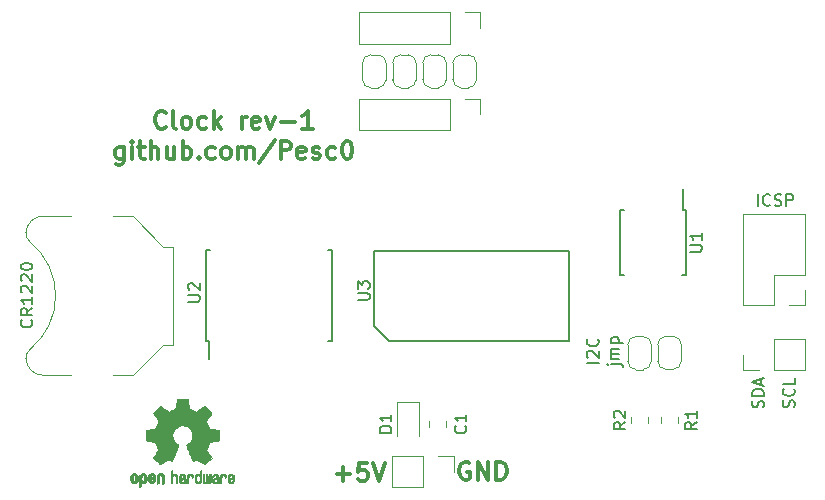
<source format=gto>
G04 #@! TF.GenerationSoftware,KiCad,Pcbnew,(5.0.2)-1*
G04 #@! TF.CreationDate,2020-01-03T22:31:12+01:00*
G04 #@! TF.ProjectId,clock,636c6f63-6b2e-46b6-9963-61645f706362,rev?*
G04 #@! TF.SameCoordinates,Original*
G04 #@! TF.FileFunction,Legend,Top*
G04 #@! TF.FilePolarity,Positive*
%FSLAX46Y46*%
G04 Gerber Fmt 4.6, Leading zero omitted, Abs format (unit mm)*
G04 Created by KiCad (PCBNEW (5.0.2)-1) date 03/01/2020 22:31:12*
%MOMM*%
%LPD*%
G01*
G04 APERTURE LIST*
%ADD10C,0.300000*%
%ADD11C,0.200000*%
%ADD12C,0.120000*%
%ADD13C,0.150000*%
%ADD14C,0.010000*%
G04 APERTURE END LIST*
D10*
X117250000Y-62210714D02*
X117178571Y-62282142D01*
X116964285Y-62353571D01*
X116821428Y-62353571D01*
X116607142Y-62282142D01*
X116464285Y-62139285D01*
X116392857Y-61996428D01*
X116321428Y-61710714D01*
X116321428Y-61496428D01*
X116392857Y-61210714D01*
X116464285Y-61067857D01*
X116607142Y-60925000D01*
X116821428Y-60853571D01*
X116964285Y-60853571D01*
X117178571Y-60925000D01*
X117250000Y-60996428D01*
X118107142Y-62353571D02*
X117964285Y-62282142D01*
X117892857Y-62139285D01*
X117892857Y-60853571D01*
X118892857Y-62353571D02*
X118750000Y-62282142D01*
X118678571Y-62210714D01*
X118607142Y-62067857D01*
X118607142Y-61639285D01*
X118678571Y-61496428D01*
X118750000Y-61425000D01*
X118892857Y-61353571D01*
X119107142Y-61353571D01*
X119250000Y-61425000D01*
X119321428Y-61496428D01*
X119392857Y-61639285D01*
X119392857Y-62067857D01*
X119321428Y-62210714D01*
X119250000Y-62282142D01*
X119107142Y-62353571D01*
X118892857Y-62353571D01*
X120678571Y-62282142D02*
X120535714Y-62353571D01*
X120250000Y-62353571D01*
X120107142Y-62282142D01*
X120035714Y-62210714D01*
X119964285Y-62067857D01*
X119964285Y-61639285D01*
X120035714Y-61496428D01*
X120107142Y-61425000D01*
X120250000Y-61353571D01*
X120535714Y-61353571D01*
X120678571Y-61425000D01*
X121321428Y-62353571D02*
X121321428Y-60853571D01*
X121464285Y-61782142D02*
X121892857Y-62353571D01*
X121892857Y-61353571D02*
X121321428Y-61925000D01*
X123678571Y-62353571D02*
X123678571Y-61353571D01*
X123678571Y-61639285D02*
X123750000Y-61496428D01*
X123821428Y-61425000D01*
X123964285Y-61353571D01*
X124107142Y-61353571D01*
X125178571Y-62282142D02*
X125035714Y-62353571D01*
X124750000Y-62353571D01*
X124607142Y-62282142D01*
X124535714Y-62139285D01*
X124535714Y-61567857D01*
X124607142Y-61425000D01*
X124750000Y-61353571D01*
X125035714Y-61353571D01*
X125178571Y-61425000D01*
X125250000Y-61567857D01*
X125250000Y-61710714D01*
X124535714Y-61853571D01*
X125750000Y-61353571D02*
X126107142Y-62353571D01*
X126464285Y-61353571D01*
X127035714Y-61782142D02*
X128178571Y-61782142D01*
X129678571Y-62353571D02*
X128821428Y-62353571D01*
X129250000Y-62353571D02*
X129250000Y-60853571D01*
X129107142Y-61067857D01*
X128964285Y-61210714D01*
X128821428Y-61282142D01*
X113678571Y-63903571D02*
X113678571Y-65117857D01*
X113607142Y-65260714D01*
X113535714Y-65332142D01*
X113392857Y-65403571D01*
X113178571Y-65403571D01*
X113035714Y-65332142D01*
X113678571Y-64832142D02*
X113535714Y-64903571D01*
X113250000Y-64903571D01*
X113107142Y-64832142D01*
X113035714Y-64760714D01*
X112964285Y-64617857D01*
X112964285Y-64189285D01*
X113035714Y-64046428D01*
X113107142Y-63975000D01*
X113250000Y-63903571D01*
X113535714Y-63903571D01*
X113678571Y-63975000D01*
X114392857Y-64903571D02*
X114392857Y-63903571D01*
X114392857Y-63403571D02*
X114321428Y-63475000D01*
X114392857Y-63546428D01*
X114464285Y-63475000D01*
X114392857Y-63403571D01*
X114392857Y-63546428D01*
X114892857Y-63903571D02*
X115464285Y-63903571D01*
X115107142Y-63403571D02*
X115107142Y-64689285D01*
X115178571Y-64832142D01*
X115321428Y-64903571D01*
X115464285Y-64903571D01*
X115964285Y-64903571D02*
X115964285Y-63403571D01*
X116607142Y-64903571D02*
X116607142Y-64117857D01*
X116535714Y-63975000D01*
X116392857Y-63903571D01*
X116178571Y-63903571D01*
X116035714Y-63975000D01*
X115964285Y-64046428D01*
X117964285Y-63903571D02*
X117964285Y-64903571D01*
X117321428Y-63903571D02*
X117321428Y-64689285D01*
X117392857Y-64832142D01*
X117535714Y-64903571D01*
X117750000Y-64903571D01*
X117892857Y-64832142D01*
X117964285Y-64760714D01*
X118678571Y-64903571D02*
X118678571Y-63403571D01*
X118678571Y-63975000D02*
X118821428Y-63903571D01*
X119107142Y-63903571D01*
X119250000Y-63975000D01*
X119321428Y-64046428D01*
X119392857Y-64189285D01*
X119392857Y-64617857D01*
X119321428Y-64760714D01*
X119250000Y-64832142D01*
X119107142Y-64903571D01*
X118821428Y-64903571D01*
X118678571Y-64832142D01*
X120035714Y-64760714D02*
X120107142Y-64832142D01*
X120035714Y-64903571D01*
X119964285Y-64832142D01*
X120035714Y-64760714D01*
X120035714Y-64903571D01*
X121392857Y-64832142D02*
X121250000Y-64903571D01*
X120964285Y-64903571D01*
X120821428Y-64832142D01*
X120750000Y-64760714D01*
X120678571Y-64617857D01*
X120678571Y-64189285D01*
X120750000Y-64046428D01*
X120821428Y-63975000D01*
X120964285Y-63903571D01*
X121250000Y-63903571D01*
X121392857Y-63975000D01*
X122250000Y-64903571D02*
X122107142Y-64832142D01*
X122035714Y-64760714D01*
X121964285Y-64617857D01*
X121964285Y-64189285D01*
X122035714Y-64046428D01*
X122107142Y-63975000D01*
X122250000Y-63903571D01*
X122464285Y-63903571D01*
X122607142Y-63975000D01*
X122678571Y-64046428D01*
X122750000Y-64189285D01*
X122750000Y-64617857D01*
X122678571Y-64760714D01*
X122607142Y-64832142D01*
X122464285Y-64903571D01*
X122250000Y-64903571D01*
X123392857Y-64903571D02*
X123392857Y-63903571D01*
X123392857Y-64046428D02*
X123464285Y-63975000D01*
X123607142Y-63903571D01*
X123821428Y-63903571D01*
X123964285Y-63975000D01*
X124035714Y-64117857D01*
X124035714Y-64903571D01*
X124035714Y-64117857D02*
X124107142Y-63975000D01*
X124250000Y-63903571D01*
X124464285Y-63903571D01*
X124607142Y-63975000D01*
X124678571Y-64117857D01*
X124678571Y-64903571D01*
X126464285Y-63332142D02*
X125178571Y-65260714D01*
X126964285Y-64903571D02*
X126964285Y-63403571D01*
X127535714Y-63403571D01*
X127678571Y-63475000D01*
X127750000Y-63546428D01*
X127821428Y-63689285D01*
X127821428Y-63903571D01*
X127750000Y-64046428D01*
X127678571Y-64117857D01*
X127535714Y-64189285D01*
X126964285Y-64189285D01*
X129035714Y-64832142D02*
X128892857Y-64903571D01*
X128607142Y-64903571D01*
X128464285Y-64832142D01*
X128392857Y-64689285D01*
X128392857Y-64117857D01*
X128464285Y-63975000D01*
X128607142Y-63903571D01*
X128892857Y-63903571D01*
X129035714Y-63975000D01*
X129107142Y-64117857D01*
X129107142Y-64260714D01*
X128392857Y-64403571D01*
X129678571Y-64832142D02*
X129821428Y-64903571D01*
X130107142Y-64903571D01*
X130250000Y-64832142D01*
X130321428Y-64689285D01*
X130321428Y-64617857D01*
X130250000Y-64475000D01*
X130107142Y-64403571D01*
X129892857Y-64403571D01*
X129750000Y-64332142D01*
X129678571Y-64189285D01*
X129678571Y-64117857D01*
X129750000Y-63975000D01*
X129892857Y-63903571D01*
X130107142Y-63903571D01*
X130250000Y-63975000D01*
X131607142Y-64832142D02*
X131464285Y-64903571D01*
X131178571Y-64903571D01*
X131035714Y-64832142D01*
X130964285Y-64760714D01*
X130892857Y-64617857D01*
X130892857Y-64189285D01*
X130964285Y-64046428D01*
X131035714Y-63975000D01*
X131178571Y-63903571D01*
X131464285Y-63903571D01*
X131607142Y-63975000D01*
X132535714Y-63403571D02*
X132678571Y-63403571D01*
X132821428Y-63475000D01*
X132892857Y-63546428D01*
X132964285Y-63689285D01*
X133035714Y-63975000D01*
X133035714Y-64332142D01*
X132964285Y-64617857D01*
X132892857Y-64760714D01*
X132821428Y-64832142D01*
X132678571Y-64903571D01*
X132535714Y-64903571D01*
X132392857Y-64832142D01*
X132321428Y-64760714D01*
X132250000Y-64617857D01*
X132178571Y-64332142D01*
X132178571Y-63975000D01*
X132250000Y-63689285D01*
X132321428Y-63546428D01*
X132392857Y-63475000D01*
X132535714Y-63403571D01*
D11*
X167373809Y-68902380D02*
X167373809Y-67902380D01*
X168421428Y-68807142D02*
X168373809Y-68854761D01*
X168230952Y-68902380D01*
X168135714Y-68902380D01*
X167992857Y-68854761D01*
X167897619Y-68759523D01*
X167850000Y-68664285D01*
X167802380Y-68473809D01*
X167802380Y-68330952D01*
X167850000Y-68140476D01*
X167897619Y-68045238D01*
X167992857Y-67950000D01*
X168135714Y-67902380D01*
X168230952Y-67902380D01*
X168373809Y-67950000D01*
X168421428Y-67997619D01*
X168802380Y-68854761D02*
X168945238Y-68902380D01*
X169183333Y-68902380D01*
X169278571Y-68854761D01*
X169326190Y-68807142D01*
X169373809Y-68711904D01*
X169373809Y-68616666D01*
X169326190Y-68521428D01*
X169278571Y-68473809D01*
X169183333Y-68426190D01*
X168992857Y-68378571D01*
X168897619Y-68330952D01*
X168850000Y-68283333D01*
X168802380Y-68188095D01*
X168802380Y-68092857D01*
X168850000Y-67997619D01*
X168897619Y-67950000D01*
X168992857Y-67902380D01*
X169230952Y-67902380D01*
X169373809Y-67950000D01*
X169802380Y-68902380D02*
X169802380Y-67902380D01*
X170183333Y-67902380D01*
X170278571Y-67950000D01*
X170326190Y-67997619D01*
X170373809Y-68092857D01*
X170373809Y-68235714D01*
X170326190Y-68330952D01*
X170278571Y-68378571D01*
X170183333Y-68426190D01*
X169802380Y-68426190D01*
X153902380Y-82176190D02*
X152902380Y-82176190D01*
X152997619Y-81747619D02*
X152950000Y-81700000D01*
X152902380Y-81604761D01*
X152902380Y-81366666D01*
X152950000Y-81271428D01*
X152997619Y-81223809D01*
X153092857Y-81176190D01*
X153188095Y-81176190D01*
X153330952Y-81223809D01*
X153902380Y-81795238D01*
X153902380Y-81176190D01*
X153807142Y-80176190D02*
X153854761Y-80223809D01*
X153902380Y-80366666D01*
X153902380Y-80461904D01*
X153854761Y-80604761D01*
X153759523Y-80700000D01*
X153664285Y-80747619D01*
X153473809Y-80795238D01*
X153330952Y-80795238D01*
X153140476Y-80747619D01*
X153045238Y-80700000D01*
X152950000Y-80604761D01*
X152902380Y-80461904D01*
X152902380Y-80366666D01*
X152950000Y-80223809D01*
X152997619Y-80176190D01*
X154935714Y-82319047D02*
X155792857Y-82319047D01*
X155888095Y-82366666D01*
X155935714Y-82461904D01*
X155935714Y-82509523D01*
X154602380Y-82319047D02*
X154650000Y-82366666D01*
X154697619Y-82319047D01*
X154650000Y-82271428D01*
X154602380Y-82319047D01*
X154697619Y-82319047D01*
X155602380Y-81842857D02*
X154935714Y-81842857D01*
X155030952Y-81842857D02*
X154983333Y-81795238D01*
X154935714Y-81700000D01*
X154935714Y-81557142D01*
X154983333Y-81461904D01*
X155078571Y-81414285D01*
X155602380Y-81414285D01*
X155078571Y-81414285D02*
X154983333Y-81366666D01*
X154935714Y-81271428D01*
X154935714Y-81128571D01*
X154983333Y-81033333D01*
X155078571Y-80985714D01*
X155602380Y-80985714D01*
X154935714Y-80509523D02*
X155935714Y-80509523D01*
X154983333Y-80509523D02*
X154935714Y-80414285D01*
X154935714Y-80223809D01*
X154983333Y-80128571D01*
X155030952Y-80080952D01*
X155126190Y-80033333D01*
X155411904Y-80033333D01*
X155507142Y-80080952D01*
X155554761Y-80128571D01*
X155602380Y-80223809D01*
X155602380Y-80414285D01*
X155554761Y-80509523D01*
X170454761Y-85940476D02*
X170502380Y-85797619D01*
X170502380Y-85559523D01*
X170454761Y-85464285D01*
X170407142Y-85416666D01*
X170311904Y-85369047D01*
X170216666Y-85369047D01*
X170121428Y-85416666D01*
X170073809Y-85464285D01*
X170026190Y-85559523D01*
X169978571Y-85750000D01*
X169930952Y-85845238D01*
X169883333Y-85892857D01*
X169788095Y-85940476D01*
X169692857Y-85940476D01*
X169597619Y-85892857D01*
X169550000Y-85845238D01*
X169502380Y-85750000D01*
X169502380Y-85511904D01*
X169550000Y-85369047D01*
X170407142Y-84369047D02*
X170454761Y-84416666D01*
X170502380Y-84559523D01*
X170502380Y-84654761D01*
X170454761Y-84797619D01*
X170359523Y-84892857D01*
X170264285Y-84940476D01*
X170073809Y-84988095D01*
X169930952Y-84988095D01*
X169740476Y-84940476D01*
X169645238Y-84892857D01*
X169550000Y-84797619D01*
X169502380Y-84654761D01*
X169502380Y-84559523D01*
X169550000Y-84416666D01*
X169597619Y-84369047D01*
X170502380Y-83464285D02*
X170502380Y-83940476D01*
X169502380Y-83940476D01*
X167854761Y-85964285D02*
X167902380Y-85821428D01*
X167902380Y-85583333D01*
X167854761Y-85488095D01*
X167807142Y-85440476D01*
X167711904Y-85392857D01*
X167616666Y-85392857D01*
X167521428Y-85440476D01*
X167473809Y-85488095D01*
X167426190Y-85583333D01*
X167378571Y-85773809D01*
X167330952Y-85869047D01*
X167283333Y-85916666D01*
X167188095Y-85964285D01*
X167092857Y-85964285D01*
X166997619Y-85916666D01*
X166950000Y-85869047D01*
X166902380Y-85773809D01*
X166902380Y-85535714D01*
X166950000Y-85392857D01*
X167902380Y-84964285D02*
X166902380Y-84964285D01*
X166902380Y-84726190D01*
X166950000Y-84583333D01*
X167045238Y-84488095D01*
X167140476Y-84440476D01*
X167330952Y-84392857D01*
X167473809Y-84392857D01*
X167664285Y-84440476D01*
X167759523Y-84488095D01*
X167854761Y-84583333D01*
X167902380Y-84726190D01*
X167902380Y-84964285D01*
X167616666Y-84011904D02*
X167616666Y-83535714D01*
X167902380Y-84107142D02*
X166902380Y-83773809D01*
X167902380Y-83440476D01*
D10*
X142957142Y-90650000D02*
X142814285Y-90578571D01*
X142600000Y-90578571D01*
X142385714Y-90650000D01*
X142242857Y-90792857D01*
X142171428Y-90935714D01*
X142100000Y-91221428D01*
X142100000Y-91435714D01*
X142171428Y-91721428D01*
X142242857Y-91864285D01*
X142385714Y-92007142D01*
X142600000Y-92078571D01*
X142742857Y-92078571D01*
X142957142Y-92007142D01*
X143028571Y-91935714D01*
X143028571Y-91435714D01*
X142742857Y-91435714D01*
X143671428Y-92078571D02*
X143671428Y-90578571D01*
X144528571Y-92078571D01*
X144528571Y-90578571D01*
X145242857Y-92078571D02*
X145242857Y-90578571D01*
X145600000Y-90578571D01*
X145814285Y-90650000D01*
X145957142Y-90792857D01*
X146028571Y-90935714D01*
X146100000Y-91221428D01*
X146100000Y-91435714D01*
X146028571Y-91721428D01*
X145957142Y-91864285D01*
X145814285Y-92007142D01*
X145600000Y-92078571D01*
X145242857Y-92078571D01*
X131721428Y-91607142D02*
X132864285Y-91607142D01*
X132292857Y-92178571D02*
X132292857Y-91035714D01*
X134292857Y-90678571D02*
X133578571Y-90678571D01*
X133507142Y-91392857D01*
X133578571Y-91321428D01*
X133721428Y-91250000D01*
X134078571Y-91250000D01*
X134221428Y-91321428D01*
X134292857Y-91392857D01*
X134364285Y-91535714D01*
X134364285Y-91892857D01*
X134292857Y-92035714D01*
X134221428Y-92107142D01*
X134078571Y-92178571D01*
X133721428Y-92178571D01*
X133578571Y-92107142D01*
X133507142Y-92035714D01*
X134792857Y-90678571D02*
X135292857Y-92178571D01*
X135792857Y-90678571D01*
D12*
G04 #@! TO.C,J2*
X171330000Y-82830000D02*
X171330000Y-80170000D01*
X168730000Y-82830000D02*
X171330000Y-82830000D01*
X168730000Y-80170000D02*
X171330000Y-80170000D01*
X168730000Y-82830000D02*
X168730000Y-80170000D01*
X167460000Y-82830000D02*
X166130000Y-82830000D01*
X166130000Y-82830000D02*
X166130000Y-81500000D01*
G04 #@! TO.C,C1*
X140995000Y-87113748D02*
X140995000Y-87636252D01*
X139575000Y-87113748D02*
X139575000Y-87636252D01*
G04 #@! TO.C,CR1220*
X105415840Y-81914615D02*
G75*
G02X105800000Y-81000000I984160J124615D01*
G01*
X105415840Y-71085385D02*
G75*
G03X105800000Y-72000000I984160J-124615D01*
G01*
X105811329Y-80990661D02*
G75*
G03X105800000Y-72000000I-3711329J4490661D01*
G01*
X106950000Y-83250000D02*
G75*
G02X105400000Y-81800000I-50000J1500000D01*
G01*
X106950000Y-69750000D02*
G75*
G03X105400000Y-71200000I-50000J-1500000D01*
G01*
X109200000Y-83250000D02*
X106900000Y-83250000D01*
X109200000Y-69750000D02*
X106900000Y-69750000D01*
X112800000Y-69750000D02*
X114450000Y-69750000D01*
X114450000Y-69750000D02*
X117050000Y-72350000D01*
X117050000Y-72350000D02*
X117850000Y-72350000D01*
X117850000Y-72350000D02*
X117850000Y-80650000D01*
X117850000Y-80650000D02*
X117050000Y-80650000D01*
X117050000Y-80650000D02*
X114450000Y-83250000D01*
X114450000Y-83250000D02*
X112800000Y-83250000D01*
G04 #@! TO.C,D1*
X136785000Y-85515000D02*
X136785000Y-88375000D01*
X138705000Y-85515000D02*
X136785000Y-85515000D01*
X138705000Y-88375000D02*
X138705000Y-85515000D01*
G04 #@! TO.C,J1*
X136415000Y-90070000D02*
X136415000Y-92730000D01*
X139015000Y-90070000D02*
X136415000Y-90070000D01*
X139015000Y-92730000D02*
X136415000Y-92730000D01*
X139015000Y-90070000D02*
X139015000Y-92730000D01*
X140285000Y-90070000D02*
X141615000Y-90070000D01*
X141615000Y-90070000D02*
X141615000Y-91400000D01*
G04 #@! TO.C,J3*
X171330000Y-69590000D02*
X166130000Y-69590000D01*
X171330000Y-74730000D02*
X171330000Y-69590000D01*
X166130000Y-77330000D02*
X166130000Y-69590000D01*
X171330000Y-74730000D02*
X168730000Y-74730000D01*
X168730000Y-74730000D02*
X168730000Y-77330000D01*
X168730000Y-77330000D02*
X166130000Y-77330000D01*
X171330000Y-76000000D02*
X171330000Y-77330000D01*
X171330000Y-77330000D02*
X170000000Y-77330000D01*
G04 #@! TO.C,J4*
X133600000Y-52520000D02*
X133600000Y-55180000D01*
X141280000Y-52520000D02*
X133600000Y-52520000D01*
X141280000Y-55180000D02*
X133600000Y-55180000D01*
X141280000Y-52520000D02*
X141280000Y-55180000D01*
X142550000Y-52520000D02*
X143880000Y-52520000D01*
X143880000Y-52520000D02*
X143880000Y-53850000D01*
G04 #@! TO.C,J5*
X143880000Y-59820000D02*
X143880000Y-61150000D01*
X142550000Y-59820000D02*
X143880000Y-59820000D01*
X141280000Y-59820000D02*
X141280000Y-62480000D01*
X141280000Y-62480000D02*
X133600000Y-62480000D01*
X141280000Y-59820000D02*
X133600000Y-59820000D01*
X133600000Y-59820000D02*
X133600000Y-62480000D01*
G04 #@! TO.C,JP1*
X156361644Y-82051010D02*
X156361644Y-80651010D01*
X157061644Y-79951010D02*
X157661644Y-79951010D01*
X158361644Y-80651010D02*
X158361644Y-82051010D01*
X157661644Y-82751010D02*
X157061644Y-82751010D01*
X157061644Y-82751010D02*
G75*
G02X156361644Y-82051010I0J700000D01*
G01*
X158361644Y-82051010D02*
G75*
G02X157661644Y-82751010I-700000J0D01*
G01*
X157661644Y-79951010D02*
G75*
G02X158361644Y-80651010I0J-700000D01*
G01*
X156361644Y-80651010D02*
G75*
G02X157061644Y-79951010I700000J0D01*
G01*
G04 #@! TO.C,JP2*
X158901644Y-82036010D02*
X158901644Y-80636010D01*
X159601644Y-79936010D02*
X160201644Y-79936010D01*
X160901644Y-80636010D02*
X160901644Y-82036010D01*
X160201644Y-82736010D02*
X159601644Y-82736010D01*
X159601644Y-82736010D02*
G75*
G02X158901644Y-82036010I0J700000D01*
G01*
X160901644Y-82036010D02*
G75*
G02X160201644Y-82736010I-700000J0D01*
G01*
X160201644Y-79936010D02*
G75*
G02X160901644Y-80636010I0J-700000D01*
G01*
X158901644Y-80636010D02*
G75*
G02X159601644Y-79936010I700000J0D01*
G01*
G04 #@! TO.C,R1*
X160611644Y-87297262D02*
X160611644Y-86774758D01*
X159191644Y-87297262D02*
X159191644Y-86774758D01*
G04 #@! TO.C,R2*
X158071644Y-87297262D02*
X158071644Y-86774758D01*
X156651644Y-87297262D02*
X156651644Y-86774758D01*
D13*
G04 #@! TO.C,U1*
X161050000Y-69250000D02*
X161050000Y-67500000D01*
X155745000Y-69250000D02*
X155745000Y-74750000D01*
X161255000Y-69250000D02*
X161255000Y-74750000D01*
X155745000Y-69250000D02*
X156045000Y-69250000D01*
X155745000Y-74750000D02*
X156045000Y-74750000D01*
X161255000Y-74750000D02*
X160955000Y-74750000D01*
X161255000Y-69250000D02*
X161050000Y-69250000D01*
G04 #@! TO.C,U2*
X120950000Y-80375000D02*
X120950000Y-81900000D01*
X131325000Y-80375000D02*
X131325000Y-72625000D01*
X120675000Y-80375000D02*
X120675000Y-72625000D01*
X131325000Y-80375000D02*
X130970000Y-80375000D01*
X131325000Y-72625000D02*
X130970000Y-72625000D01*
X120675000Y-72625000D02*
X121030000Y-72625000D01*
X120675000Y-80375000D02*
X120950000Y-80375000D01*
G04 #@! TO.C,U3*
X134880000Y-79040000D02*
X134880000Y-72690000D01*
X136150000Y-80310000D02*
X134880000Y-79040000D01*
X151390000Y-80310000D02*
X136150000Y-80310000D01*
X151390000Y-72690000D02*
X151390000Y-80310000D01*
X134880000Y-72690000D02*
X151390000Y-72690000D01*
D12*
G04 #@! TO.C,JP3*
X133900000Y-56800000D02*
G75*
G02X134600000Y-56100000I700000J0D01*
G01*
X135200000Y-56100000D02*
G75*
G02X135900000Y-56800000I0J-700000D01*
G01*
X135900000Y-58200000D02*
G75*
G02X135200000Y-58900000I-700000J0D01*
G01*
X134600000Y-58900000D02*
G75*
G02X133900000Y-58200000I0J700000D01*
G01*
X135200000Y-58900000D02*
X134600000Y-58900000D01*
X135900000Y-56800000D02*
X135900000Y-58200000D01*
X134600000Y-56100000D02*
X135200000Y-56100000D01*
X133900000Y-58200000D02*
X133900000Y-56800000D01*
G04 #@! TO.C,JP4*
X136450000Y-58200000D02*
X136450000Y-56800000D01*
X137150000Y-56100000D02*
X137750000Y-56100000D01*
X138450000Y-56800000D02*
X138450000Y-58200000D01*
X137750000Y-58900000D02*
X137150000Y-58900000D01*
X137150000Y-58900000D02*
G75*
G02X136450000Y-58200000I0J700000D01*
G01*
X138450000Y-58200000D02*
G75*
G02X137750000Y-58900000I-700000J0D01*
G01*
X137750000Y-56100000D02*
G75*
G02X138450000Y-56800000I0J-700000D01*
G01*
X136450000Y-56800000D02*
G75*
G02X137150000Y-56100000I700000J0D01*
G01*
G04 #@! TO.C,JP5*
X139000000Y-56800000D02*
G75*
G02X139700000Y-56100000I700000J0D01*
G01*
X140300000Y-56100000D02*
G75*
G02X141000000Y-56800000I0J-700000D01*
G01*
X141000000Y-58200000D02*
G75*
G02X140300000Y-58900000I-700000J0D01*
G01*
X139700000Y-58900000D02*
G75*
G02X139000000Y-58200000I0J700000D01*
G01*
X140300000Y-58900000D02*
X139700000Y-58900000D01*
X141000000Y-56800000D02*
X141000000Y-58200000D01*
X139700000Y-56100000D02*
X140300000Y-56100000D01*
X139000000Y-58200000D02*
X139000000Y-56800000D01*
G04 #@! TO.C,JP6*
X141550000Y-58200000D02*
X141550000Y-56800000D01*
X142250000Y-56100000D02*
X142850000Y-56100000D01*
X143550000Y-56800000D02*
X143550000Y-58200000D01*
X142850000Y-58900000D02*
X142250000Y-58900000D01*
X142250000Y-58900000D02*
G75*
G02X141550000Y-58200000I0J700000D01*
G01*
X143550000Y-58200000D02*
G75*
G02X142850000Y-58900000I-700000J0D01*
G01*
X142850000Y-56100000D02*
G75*
G02X143550000Y-56800000I0J-700000D01*
G01*
X141550000Y-56800000D02*
G75*
G02X142250000Y-56100000I700000J0D01*
G01*
D14*
G04 #@! TO.C,REF\002A\002A*
G36*
X118789878Y-85237776D02*
X118895612Y-85238355D01*
X118972132Y-85239922D01*
X119024372Y-85242972D01*
X119057263Y-85247996D01*
X119075737Y-85255489D01*
X119084727Y-85265944D01*
X119089163Y-85279853D01*
X119089594Y-85281654D01*
X119096333Y-85314145D01*
X119108808Y-85378252D01*
X119125719Y-85467151D01*
X119145771Y-85574019D01*
X119167664Y-85692033D01*
X119168429Y-85696178D01*
X119190359Y-85811831D01*
X119210877Y-85914014D01*
X119228659Y-85996598D01*
X119242381Y-86053456D01*
X119250718Y-86078458D01*
X119251116Y-86078901D01*
X119275677Y-86091110D01*
X119326315Y-86111456D01*
X119392095Y-86135545D01*
X119392461Y-86135674D01*
X119475317Y-86166818D01*
X119573000Y-86206491D01*
X119665077Y-86246381D01*
X119669434Y-86248353D01*
X119819407Y-86316420D01*
X120151498Y-86089639D01*
X120253374Y-86020504D01*
X120345657Y-85958697D01*
X120423003Y-85907733D01*
X120480064Y-85871127D01*
X120511495Y-85852394D01*
X120514479Y-85851004D01*
X120537321Y-85857190D01*
X120579982Y-85887035D01*
X120644128Y-85941947D01*
X120731421Y-86023334D01*
X120820535Y-86109922D01*
X120906441Y-86195247D01*
X120983327Y-86273108D01*
X121046564Y-86338697D01*
X121091523Y-86387205D01*
X121113576Y-86413825D01*
X121114396Y-86415195D01*
X121116834Y-86433463D01*
X121107650Y-86463295D01*
X121084574Y-86508721D01*
X121045337Y-86573770D01*
X120987670Y-86662470D01*
X120910795Y-86776657D01*
X120842570Y-86877162D01*
X120781582Y-86967303D01*
X120731356Y-87041849D01*
X120695416Y-87095565D01*
X120677287Y-87123218D01*
X120676146Y-87125095D01*
X120678359Y-87151590D01*
X120695138Y-87203086D01*
X120723142Y-87269851D01*
X120733122Y-87291172D01*
X120776672Y-87386159D01*
X120823134Y-87493937D01*
X120860877Y-87587192D01*
X120888073Y-87656406D01*
X120909675Y-87709006D01*
X120922158Y-87736497D01*
X120923709Y-87738616D01*
X120946668Y-87742124D01*
X121000786Y-87751738D01*
X121078868Y-87766089D01*
X121173719Y-87783807D01*
X121278143Y-87803525D01*
X121384944Y-87823874D01*
X121486926Y-87843486D01*
X121576894Y-87860991D01*
X121647653Y-87875022D01*
X121692006Y-87884209D01*
X121702885Y-87886807D01*
X121714122Y-87893218D01*
X121722605Y-87907697D01*
X121728714Y-87935133D01*
X121732832Y-87980411D01*
X121735341Y-88048420D01*
X121736621Y-88144047D01*
X121737054Y-88272180D01*
X121737077Y-88324701D01*
X121737077Y-88751845D01*
X121634500Y-88772091D01*
X121577431Y-88783070D01*
X121492269Y-88799095D01*
X121389372Y-88818233D01*
X121279096Y-88838551D01*
X121248615Y-88844132D01*
X121146855Y-88863917D01*
X121058205Y-88883373D01*
X120990108Y-88900697D01*
X120950004Y-88914088D01*
X120943323Y-88918079D01*
X120926919Y-88946342D01*
X120903399Y-89001109D01*
X120877316Y-89071588D01*
X120872142Y-89086769D01*
X120837956Y-89180896D01*
X120795523Y-89287101D01*
X120753997Y-89382473D01*
X120753792Y-89382916D01*
X120684640Y-89532525D01*
X121139512Y-90201617D01*
X120847500Y-90494116D01*
X120759180Y-90581170D01*
X120678625Y-90657909D01*
X120610360Y-90720237D01*
X120558908Y-90764056D01*
X120528794Y-90785270D01*
X120524474Y-90786616D01*
X120499111Y-90776016D01*
X120447358Y-90746547D01*
X120374868Y-90701705D01*
X120287294Y-90644984D01*
X120192612Y-90581462D01*
X120096516Y-90516668D01*
X120010837Y-90460287D01*
X119941016Y-90415788D01*
X119892494Y-90386639D01*
X119870782Y-90376308D01*
X119844293Y-90385050D01*
X119794062Y-90408087D01*
X119730451Y-90440631D01*
X119723708Y-90444249D01*
X119638046Y-90487210D01*
X119579306Y-90508279D01*
X119542772Y-90508503D01*
X119523731Y-90488928D01*
X119523620Y-90488654D01*
X119514102Y-90465472D01*
X119491403Y-90410441D01*
X119457282Y-90327822D01*
X119413500Y-90221872D01*
X119361816Y-90096852D01*
X119303992Y-89957020D01*
X119247991Y-89821637D01*
X119186447Y-89672234D01*
X119129939Y-89533832D01*
X119080161Y-89410673D01*
X119038806Y-89307002D01*
X119007568Y-89227059D01*
X118988141Y-89175088D01*
X118982154Y-89155692D01*
X118997168Y-89133443D01*
X119036439Y-89097982D01*
X119088807Y-89058887D01*
X119237941Y-88935245D01*
X119354511Y-88793522D01*
X119437118Y-88636704D01*
X119484366Y-88467775D01*
X119494857Y-88289722D01*
X119487231Y-88207539D01*
X119445682Y-88037031D01*
X119374123Y-87886459D01*
X119276995Y-87757309D01*
X119158734Y-87651064D01*
X119023780Y-87569210D01*
X118876571Y-87513232D01*
X118721544Y-87484615D01*
X118563139Y-87484844D01*
X118405794Y-87515405D01*
X118253946Y-87577782D01*
X118112035Y-87673460D01*
X118052803Y-87727572D01*
X117939203Y-87866520D01*
X117860106Y-88018361D01*
X117814986Y-88178667D01*
X117803316Y-88343012D01*
X117824569Y-88506971D01*
X117878220Y-88666118D01*
X117963740Y-88816025D01*
X118080605Y-88952267D01*
X118211193Y-89058887D01*
X118265588Y-89099642D01*
X118304014Y-89134718D01*
X118317846Y-89155726D01*
X118310603Y-89178635D01*
X118290005Y-89233365D01*
X118257746Y-89315672D01*
X118215521Y-89421315D01*
X118165023Y-89546050D01*
X118107948Y-89685636D01*
X118051854Y-89821670D01*
X117989967Y-89971201D01*
X117932644Y-90109767D01*
X117881644Y-90233107D01*
X117838727Y-90336964D01*
X117805653Y-90417080D01*
X117784181Y-90469195D01*
X117776225Y-90488654D01*
X117757429Y-90508423D01*
X117721074Y-90508365D01*
X117662479Y-90487441D01*
X117576968Y-90444613D01*
X117576292Y-90444249D01*
X117511907Y-90411012D01*
X117459861Y-90386802D01*
X117430512Y-90376404D01*
X117429217Y-90376308D01*
X117407124Y-90386855D01*
X117358348Y-90416184D01*
X117288331Y-90460827D01*
X117202514Y-90517314D01*
X117107388Y-90581462D01*
X117010540Y-90646411D01*
X116923253Y-90702896D01*
X116851181Y-90747421D01*
X116799977Y-90776490D01*
X116775526Y-90786616D01*
X116753010Y-90773307D01*
X116707742Y-90736112D01*
X116644244Y-90679128D01*
X116567039Y-90606449D01*
X116480651Y-90522171D01*
X116452399Y-90494016D01*
X116160287Y-90201416D01*
X116382631Y-89875104D01*
X116450202Y-89774897D01*
X116509507Y-89684963D01*
X116557217Y-89610510D01*
X116590007Y-89556751D01*
X116604548Y-89528894D01*
X116604974Y-89526912D01*
X116597308Y-89500655D01*
X116576689Y-89447837D01*
X116546685Y-89377310D01*
X116525625Y-89330093D01*
X116486248Y-89239694D01*
X116449165Y-89148366D01*
X116420415Y-89071200D01*
X116412605Y-89047692D01*
X116390417Y-88984916D01*
X116368727Y-88936411D01*
X116356813Y-88918079D01*
X116330523Y-88906859D01*
X116273142Y-88890954D01*
X116192118Y-88872167D01*
X116094895Y-88852299D01*
X116051385Y-88844132D01*
X115940896Y-88823829D01*
X115834916Y-88804170D01*
X115743801Y-88787088D01*
X115677908Y-88774518D01*
X115665500Y-88772091D01*
X115562923Y-88751845D01*
X115562923Y-88324701D01*
X115563153Y-88184246D01*
X115564099Y-88077979D01*
X115566141Y-88001013D01*
X115569662Y-87948460D01*
X115575043Y-87915433D01*
X115582666Y-87897045D01*
X115592912Y-87888408D01*
X115597115Y-87886807D01*
X115622470Y-87881127D01*
X115678484Y-87869795D01*
X115757964Y-87854179D01*
X115853712Y-87835647D01*
X115958533Y-87815569D01*
X116065232Y-87795312D01*
X116166613Y-87776246D01*
X116255479Y-87759739D01*
X116324637Y-87747159D01*
X116366889Y-87739875D01*
X116376290Y-87738616D01*
X116384807Y-87721763D01*
X116403660Y-87676870D01*
X116429324Y-87612430D01*
X116439123Y-87587192D01*
X116478648Y-87489686D01*
X116525192Y-87381959D01*
X116566877Y-87291172D01*
X116597550Y-87221753D01*
X116617956Y-87164710D01*
X116624768Y-87129777D01*
X116623682Y-87125095D01*
X116609285Y-87102991D01*
X116576412Y-87053831D01*
X116528590Y-86982848D01*
X116469348Y-86895278D01*
X116402215Y-86796357D01*
X116388941Y-86776830D01*
X116311046Y-86661140D01*
X116253787Y-86573044D01*
X116214881Y-86508486D01*
X116192044Y-86463411D01*
X116182994Y-86433763D01*
X116185448Y-86415485D01*
X116185511Y-86415369D01*
X116204827Y-86391361D01*
X116247551Y-86344947D01*
X116309051Y-86280937D01*
X116384698Y-86204145D01*
X116469861Y-86119382D01*
X116479465Y-86109922D01*
X116586790Y-86005989D01*
X116669615Y-85929675D01*
X116729605Y-85879571D01*
X116768423Y-85854270D01*
X116785520Y-85851004D01*
X116810473Y-85865250D01*
X116862255Y-85898156D01*
X116935520Y-85946208D01*
X117024920Y-86005890D01*
X117125111Y-86073688D01*
X117148501Y-86089639D01*
X117480593Y-86316420D01*
X117630565Y-86248353D01*
X117721770Y-86208685D01*
X117819669Y-86168791D01*
X117903831Y-86136983D01*
X117907538Y-86135674D01*
X117973369Y-86111576D01*
X118024116Y-86091200D01*
X118048842Y-86078936D01*
X118048884Y-86078901D01*
X118056729Y-86056734D01*
X118070066Y-86002217D01*
X118087570Y-85921480D01*
X118107917Y-85820650D01*
X118129782Y-85705856D01*
X118131571Y-85696178D01*
X118153504Y-85577904D01*
X118173640Y-85470542D01*
X118190680Y-85380917D01*
X118203328Y-85315851D01*
X118210284Y-85282168D01*
X118210406Y-85281654D01*
X118214639Y-85267325D01*
X118222871Y-85256507D01*
X118240033Y-85248706D01*
X118271058Y-85243429D01*
X118320878Y-85240182D01*
X118394424Y-85238472D01*
X118496629Y-85237807D01*
X118632425Y-85237693D01*
X118650000Y-85237692D01*
X118789878Y-85237776D01*
X118789878Y-85237776D01*
G37*
X118789878Y-85237776D02*
X118895612Y-85238355D01*
X118972132Y-85239922D01*
X119024372Y-85242972D01*
X119057263Y-85247996D01*
X119075737Y-85255489D01*
X119084727Y-85265944D01*
X119089163Y-85279853D01*
X119089594Y-85281654D01*
X119096333Y-85314145D01*
X119108808Y-85378252D01*
X119125719Y-85467151D01*
X119145771Y-85574019D01*
X119167664Y-85692033D01*
X119168429Y-85696178D01*
X119190359Y-85811831D01*
X119210877Y-85914014D01*
X119228659Y-85996598D01*
X119242381Y-86053456D01*
X119250718Y-86078458D01*
X119251116Y-86078901D01*
X119275677Y-86091110D01*
X119326315Y-86111456D01*
X119392095Y-86135545D01*
X119392461Y-86135674D01*
X119475317Y-86166818D01*
X119573000Y-86206491D01*
X119665077Y-86246381D01*
X119669434Y-86248353D01*
X119819407Y-86316420D01*
X120151498Y-86089639D01*
X120253374Y-86020504D01*
X120345657Y-85958697D01*
X120423003Y-85907733D01*
X120480064Y-85871127D01*
X120511495Y-85852394D01*
X120514479Y-85851004D01*
X120537321Y-85857190D01*
X120579982Y-85887035D01*
X120644128Y-85941947D01*
X120731421Y-86023334D01*
X120820535Y-86109922D01*
X120906441Y-86195247D01*
X120983327Y-86273108D01*
X121046564Y-86338697D01*
X121091523Y-86387205D01*
X121113576Y-86413825D01*
X121114396Y-86415195D01*
X121116834Y-86433463D01*
X121107650Y-86463295D01*
X121084574Y-86508721D01*
X121045337Y-86573770D01*
X120987670Y-86662470D01*
X120910795Y-86776657D01*
X120842570Y-86877162D01*
X120781582Y-86967303D01*
X120731356Y-87041849D01*
X120695416Y-87095565D01*
X120677287Y-87123218D01*
X120676146Y-87125095D01*
X120678359Y-87151590D01*
X120695138Y-87203086D01*
X120723142Y-87269851D01*
X120733122Y-87291172D01*
X120776672Y-87386159D01*
X120823134Y-87493937D01*
X120860877Y-87587192D01*
X120888073Y-87656406D01*
X120909675Y-87709006D01*
X120922158Y-87736497D01*
X120923709Y-87738616D01*
X120946668Y-87742124D01*
X121000786Y-87751738D01*
X121078868Y-87766089D01*
X121173719Y-87783807D01*
X121278143Y-87803525D01*
X121384944Y-87823874D01*
X121486926Y-87843486D01*
X121576894Y-87860991D01*
X121647653Y-87875022D01*
X121692006Y-87884209D01*
X121702885Y-87886807D01*
X121714122Y-87893218D01*
X121722605Y-87907697D01*
X121728714Y-87935133D01*
X121732832Y-87980411D01*
X121735341Y-88048420D01*
X121736621Y-88144047D01*
X121737054Y-88272180D01*
X121737077Y-88324701D01*
X121737077Y-88751845D01*
X121634500Y-88772091D01*
X121577431Y-88783070D01*
X121492269Y-88799095D01*
X121389372Y-88818233D01*
X121279096Y-88838551D01*
X121248615Y-88844132D01*
X121146855Y-88863917D01*
X121058205Y-88883373D01*
X120990108Y-88900697D01*
X120950004Y-88914088D01*
X120943323Y-88918079D01*
X120926919Y-88946342D01*
X120903399Y-89001109D01*
X120877316Y-89071588D01*
X120872142Y-89086769D01*
X120837956Y-89180896D01*
X120795523Y-89287101D01*
X120753997Y-89382473D01*
X120753792Y-89382916D01*
X120684640Y-89532525D01*
X121139512Y-90201617D01*
X120847500Y-90494116D01*
X120759180Y-90581170D01*
X120678625Y-90657909D01*
X120610360Y-90720237D01*
X120558908Y-90764056D01*
X120528794Y-90785270D01*
X120524474Y-90786616D01*
X120499111Y-90776016D01*
X120447358Y-90746547D01*
X120374868Y-90701705D01*
X120287294Y-90644984D01*
X120192612Y-90581462D01*
X120096516Y-90516668D01*
X120010837Y-90460287D01*
X119941016Y-90415788D01*
X119892494Y-90386639D01*
X119870782Y-90376308D01*
X119844293Y-90385050D01*
X119794062Y-90408087D01*
X119730451Y-90440631D01*
X119723708Y-90444249D01*
X119638046Y-90487210D01*
X119579306Y-90508279D01*
X119542772Y-90508503D01*
X119523731Y-90488928D01*
X119523620Y-90488654D01*
X119514102Y-90465472D01*
X119491403Y-90410441D01*
X119457282Y-90327822D01*
X119413500Y-90221872D01*
X119361816Y-90096852D01*
X119303992Y-89957020D01*
X119247991Y-89821637D01*
X119186447Y-89672234D01*
X119129939Y-89533832D01*
X119080161Y-89410673D01*
X119038806Y-89307002D01*
X119007568Y-89227059D01*
X118988141Y-89175088D01*
X118982154Y-89155692D01*
X118997168Y-89133443D01*
X119036439Y-89097982D01*
X119088807Y-89058887D01*
X119237941Y-88935245D01*
X119354511Y-88793522D01*
X119437118Y-88636704D01*
X119484366Y-88467775D01*
X119494857Y-88289722D01*
X119487231Y-88207539D01*
X119445682Y-88037031D01*
X119374123Y-87886459D01*
X119276995Y-87757309D01*
X119158734Y-87651064D01*
X119023780Y-87569210D01*
X118876571Y-87513232D01*
X118721544Y-87484615D01*
X118563139Y-87484844D01*
X118405794Y-87515405D01*
X118253946Y-87577782D01*
X118112035Y-87673460D01*
X118052803Y-87727572D01*
X117939203Y-87866520D01*
X117860106Y-88018361D01*
X117814986Y-88178667D01*
X117803316Y-88343012D01*
X117824569Y-88506971D01*
X117878220Y-88666118D01*
X117963740Y-88816025D01*
X118080605Y-88952267D01*
X118211193Y-89058887D01*
X118265588Y-89099642D01*
X118304014Y-89134718D01*
X118317846Y-89155726D01*
X118310603Y-89178635D01*
X118290005Y-89233365D01*
X118257746Y-89315672D01*
X118215521Y-89421315D01*
X118165023Y-89546050D01*
X118107948Y-89685636D01*
X118051854Y-89821670D01*
X117989967Y-89971201D01*
X117932644Y-90109767D01*
X117881644Y-90233107D01*
X117838727Y-90336964D01*
X117805653Y-90417080D01*
X117784181Y-90469195D01*
X117776225Y-90488654D01*
X117757429Y-90508423D01*
X117721074Y-90508365D01*
X117662479Y-90487441D01*
X117576968Y-90444613D01*
X117576292Y-90444249D01*
X117511907Y-90411012D01*
X117459861Y-90386802D01*
X117430512Y-90376404D01*
X117429217Y-90376308D01*
X117407124Y-90386855D01*
X117358348Y-90416184D01*
X117288331Y-90460827D01*
X117202514Y-90517314D01*
X117107388Y-90581462D01*
X117010540Y-90646411D01*
X116923253Y-90702896D01*
X116851181Y-90747421D01*
X116799977Y-90776490D01*
X116775526Y-90786616D01*
X116753010Y-90773307D01*
X116707742Y-90736112D01*
X116644244Y-90679128D01*
X116567039Y-90606449D01*
X116480651Y-90522171D01*
X116452399Y-90494016D01*
X116160287Y-90201416D01*
X116382631Y-89875104D01*
X116450202Y-89774897D01*
X116509507Y-89684963D01*
X116557217Y-89610510D01*
X116590007Y-89556751D01*
X116604548Y-89528894D01*
X116604974Y-89526912D01*
X116597308Y-89500655D01*
X116576689Y-89447837D01*
X116546685Y-89377310D01*
X116525625Y-89330093D01*
X116486248Y-89239694D01*
X116449165Y-89148366D01*
X116420415Y-89071200D01*
X116412605Y-89047692D01*
X116390417Y-88984916D01*
X116368727Y-88936411D01*
X116356813Y-88918079D01*
X116330523Y-88906859D01*
X116273142Y-88890954D01*
X116192118Y-88872167D01*
X116094895Y-88852299D01*
X116051385Y-88844132D01*
X115940896Y-88823829D01*
X115834916Y-88804170D01*
X115743801Y-88787088D01*
X115677908Y-88774518D01*
X115665500Y-88772091D01*
X115562923Y-88751845D01*
X115562923Y-88324701D01*
X115563153Y-88184246D01*
X115564099Y-88077979D01*
X115566141Y-88001013D01*
X115569662Y-87948460D01*
X115575043Y-87915433D01*
X115582666Y-87897045D01*
X115592912Y-87888408D01*
X115597115Y-87886807D01*
X115622470Y-87881127D01*
X115678484Y-87869795D01*
X115757964Y-87854179D01*
X115853712Y-87835647D01*
X115958533Y-87815569D01*
X116065232Y-87795312D01*
X116166613Y-87776246D01*
X116255479Y-87759739D01*
X116324637Y-87747159D01*
X116366889Y-87739875D01*
X116376290Y-87738616D01*
X116384807Y-87721763D01*
X116403660Y-87676870D01*
X116429324Y-87612430D01*
X116439123Y-87587192D01*
X116478648Y-87489686D01*
X116525192Y-87381959D01*
X116566877Y-87291172D01*
X116597550Y-87221753D01*
X116617956Y-87164710D01*
X116624768Y-87129777D01*
X116623682Y-87125095D01*
X116609285Y-87102991D01*
X116576412Y-87053831D01*
X116528590Y-86982848D01*
X116469348Y-86895278D01*
X116402215Y-86796357D01*
X116388941Y-86776830D01*
X116311046Y-86661140D01*
X116253787Y-86573044D01*
X116214881Y-86508486D01*
X116192044Y-86463411D01*
X116182994Y-86433763D01*
X116185448Y-86415485D01*
X116185511Y-86415369D01*
X116204827Y-86391361D01*
X116247551Y-86344947D01*
X116309051Y-86280937D01*
X116384698Y-86204145D01*
X116469861Y-86119382D01*
X116479465Y-86109922D01*
X116586790Y-86005989D01*
X116669615Y-85929675D01*
X116729605Y-85879571D01*
X116768423Y-85854270D01*
X116785520Y-85851004D01*
X116810473Y-85865250D01*
X116862255Y-85898156D01*
X116935520Y-85946208D01*
X117024920Y-86005890D01*
X117125111Y-86073688D01*
X117148501Y-86089639D01*
X117480593Y-86316420D01*
X117630565Y-86248353D01*
X117721770Y-86208685D01*
X117819669Y-86168791D01*
X117903831Y-86136983D01*
X117907538Y-86135674D01*
X117973369Y-86111576D01*
X118024116Y-86091200D01*
X118048842Y-86078936D01*
X118048884Y-86078901D01*
X118056729Y-86056734D01*
X118070066Y-86002217D01*
X118087570Y-85921480D01*
X118107917Y-85820650D01*
X118129782Y-85705856D01*
X118131571Y-85696178D01*
X118153504Y-85577904D01*
X118173640Y-85470542D01*
X118190680Y-85380917D01*
X118203328Y-85315851D01*
X118210284Y-85282168D01*
X118210406Y-85281654D01*
X118214639Y-85267325D01*
X118222871Y-85256507D01*
X118240033Y-85248706D01*
X118271058Y-85243429D01*
X118320878Y-85240182D01*
X118394424Y-85238472D01*
X118496629Y-85237807D01*
X118632425Y-85237693D01*
X118650000Y-85237692D01*
X118789878Y-85237776D01*
G36*
X122895224Y-91597838D02*
X122972528Y-91648361D01*
X123009814Y-91693590D01*
X123039353Y-91775663D01*
X123041699Y-91840607D01*
X123036385Y-91927445D01*
X122836115Y-92015103D01*
X122738739Y-92059887D01*
X122675113Y-92095913D01*
X122642029Y-92127117D01*
X122636280Y-92157436D01*
X122654658Y-92190805D01*
X122674923Y-92212923D01*
X122733889Y-92248393D01*
X122798024Y-92250879D01*
X122856926Y-92223235D01*
X122900197Y-92168320D01*
X122907936Y-92148928D01*
X122945006Y-92088364D01*
X122987654Y-92062552D01*
X123046154Y-92040471D01*
X123046154Y-92124184D01*
X123040982Y-92181150D01*
X123020723Y-92229189D01*
X122978262Y-92284346D01*
X122971951Y-92291514D01*
X122924720Y-92340585D01*
X122884121Y-92366920D01*
X122833328Y-92379035D01*
X122791220Y-92383003D01*
X122715902Y-92383991D01*
X122662286Y-92371466D01*
X122628838Y-92352869D01*
X122576268Y-92311975D01*
X122539879Y-92267748D01*
X122516850Y-92212126D01*
X122504359Y-92137047D01*
X122499587Y-92034449D01*
X122499206Y-91982376D01*
X122500501Y-91919948D01*
X122618471Y-91919948D01*
X122619839Y-91953438D01*
X122623249Y-91958923D01*
X122645753Y-91951472D01*
X122694182Y-91931753D01*
X122758908Y-91903718D01*
X122772443Y-91897692D01*
X122854244Y-91856096D01*
X122899312Y-91819538D01*
X122909217Y-91785296D01*
X122885526Y-91750648D01*
X122865960Y-91735339D01*
X122795360Y-91704721D01*
X122729280Y-91709780D01*
X122673959Y-91747151D01*
X122635636Y-91813473D01*
X122623349Y-91866116D01*
X122618471Y-91919948D01*
X122500501Y-91919948D01*
X122501730Y-91860720D01*
X122511032Y-91770710D01*
X122529460Y-91705167D01*
X122559360Y-91656912D01*
X122603080Y-91618767D01*
X122622141Y-91606440D01*
X122708726Y-91574336D01*
X122803522Y-91572316D01*
X122895224Y-91597838D01*
X122895224Y-91597838D01*
G37*
X122895224Y-91597838D02*
X122972528Y-91648361D01*
X123009814Y-91693590D01*
X123039353Y-91775663D01*
X123041699Y-91840607D01*
X123036385Y-91927445D01*
X122836115Y-92015103D01*
X122738739Y-92059887D01*
X122675113Y-92095913D01*
X122642029Y-92127117D01*
X122636280Y-92157436D01*
X122654658Y-92190805D01*
X122674923Y-92212923D01*
X122733889Y-92248393D01*
X122798024Y-92250879D01*
X122856926Y-92223235D01*
X122900197Y-92168320D01*
X122907936Y-92148928D01*
X122945006Y-92088364D01*
X122987654Y-92062552D01*
X123046154Y-92040471D01*
X123046154Y-92124184D01*
X123040982Y-92181150D01*
X123020723Y-92229189D01*
X122978262Y-92284346D01*
X122971951Y-92291514D01*
X122924720Y-92340585D01*
X122884121Y-92366920D01*
X122833328Y-92379035D01*
X122791220Y-92383003D01*
X122715902Y-92383991D01*
X122662286Y-92371466D01*
X122628838Y-92352869D01*
X122576268Y-92311975D01*
X122539879Y-92267748D01*
X122516850Y-92212126D01*
X122504359Y-92137047D01*
X122499587Y-92034449D01*
X122499206Y-91982376D01*
X122500501Y-91919948D01*
X122618471Y-91919948D01*
X122619839Y-91953438D01*
X122623249Y-91958923D01*
X122645753Y-91951472D01*
X122694182Y-91931753D01*
X122758908Y-91903718D01*
X122772443Y-91897692D01*
X122854244Y-91856096D01*
X122899312Y-91819538D01*
X122909217Y-91785296D01*
X122885526Y-91750648D01*
X122865960Y-91735339D01*
X122795360Y-91704721D01*
X122729280Y-91709780D01*
X122673959Y-91747151D01*
X122635636Y-91813473D01*
X122623349Y-91866116D01*
X122618471Y-91919948D01*
X122500501Y-91919948D01*
X122501730Y-91860720D01*
X122511032Y-91770710D01*
X122529460Y-91705167D01*
X122559360Y-91656912D01*
X122603080Y-91618767D01*
X122622141Y-91606440D01*
X122708726Y-91574336D01*
X122803522Y-91572316D01*
X122895224Y-91597838D01*
G36*
X122220807Y-91586782D02*
X122244161Y-91596988D01*
X122299902Y-91641134D01*
X122347569Y-91704967D01*
X122377048Y-91773087D01*
X122381846Y-91806670D01*
X122365760Y-91853556D01*
X122330475Y-91878365D01*
X122292644Y-91893387D01*
X122275321Y-91896155D01*
X122266886Y-91876066D01*
X122250230Y-91832351D01*
X122242923Y-91812598D01*
X122201948Y-91744271D01*
X122142622Y-91710191D01*
X122066552Y-91711239D01*
X122060918Y-91712581D01*
X122020305Y-91731836D01*
X121990448Y-91769375D01*
X121970055Y-91829809D01*
X121957836Y-91917751D01*
X121952500Y-92037813D01*
X121952000Y-92101698D01*
X121951752Y-92202403D01*
X121950126Y-92271054D01*
X121945801Y-92314673D01*
X121937454Y-92340282D01*
X121923765Y-92354903D01*
X121903411Y-92365558D01*
X121902234Y-92366095D01*
X121863038Y-92382667D01*
X121843619Y-92388769D01*
X121840635Y-92370319D01*
X121838081Y-92319323D01*
X121836140Y-92242308D01*
X121834997Y-92145805D01*
X121834769Y-92075184D01*
X121835932Y-91938525D01*
X121840479Y-91834851D01*
X121849999Y-91758108D01*
X121866081Y-91702246D01*
X121890313Y-91661212D01*
X121924286Y-91628954D01*
X121957833Y-91606440D01*
X122038499Y-91576476D01*
X122132381Y-91569718D01*
X122220807Y-91586782D01*
X122220807Y-91586782D01*
G37*
X122220807Y-91586782D02*
X122244161Y-91596988D01*
X122299902Y-91641134D01*
X122347569Y-91704967D01*
X122377048Y-91773087D01*
X122381846Y-91806670D01*
X122365760Y-91853556D01*
X122330475Y-91878365D01*
X122292644Y-91893387D01*
X122275321Y-91896155D01*
X122266886Y-91876066D01*
X122250230Y-91832351D01*
X122242923Y-91812598D01*
X122201948Y-91744271D01*
X122142622Y-91710191D01*
X122066552Y-91711239D01*
X122060918Y-91712581D01*
X122020305Y-91731836D01*
X121990448Y-91769375D01*
X121970055Y-91829809D01*
X121957836Y-91917751D01*
X121952500Y-92037813D01*
X121952000Y-92101698D01*
X121951752Y-92202403D01*
X121950126Y-92271054D01*
X121945801Y-92314673D01*
X121937454Y-92340282D01*
X121923765Y-92354903D01*
X121903411Y-92365558D01*
X121902234Y-92366095D01*
X121863038Y-92382667D01*
X121843619Y-92388769D01*
X121840635Y-92370319D01*
X121838081Y-92319323D01*
X121836140Y-92242308D01*
X121834997Y-92145805D01*
X121834769Y-92075184D01*
X121835932Y-91938525D01*
X121840479Y-91834851D01*
X121849999Y-91758108D01*
X121866081Y-91702246D01*
X121890313Y-91661212D01*
X121924286Y-91628954D01*
X121957833Y-91606440D01*
X122038499Y-91576476D01*
X122132381Y-91569718D01*
X122220807Y-91586782D01*
G36*
X121537333Y-91583528D02*
X121593590Y-91609117D01*
X121637747Y-91640124D01*
X121670101Y-91674795D01*
X121692438Y-91719520D01*
X121706546Y-91780692D01*
X121714211Y-91864701D01*
X121717220Y-91977940D01*
X121717538Y-92052509D01*
X121717538Y-92343420D01*
X121667773Y-92366095D01*
X121628576Y-92382667D01*
X121609157Y-92388769D01*
X121605442Y-92370610D01*
X121602495Y-92321648D01*
X121600691Y-92250153D01*
X121600308Y-92193385D01*
X121598661Y-92111371D01*
X121594222Y-92046309D01*
X121587740Y-92006467D01*
X121582590Y-91998000D01*
X121547977Y-92006646D01*
X121493640Y-92028823D01*
X121430722Y-92058886D01*
X121370368Y-92091192D01*
X121323721Y-92120098D01*
X121301926Y-92139961D01*
X121301839Y-92140175D01*
X121303714Y-92176935D01*
X121320525Y-92212026D01*
X121350039Y-92240528D01*
X121393116Y-92250061D01*
X121429932Y-92248950D01*
X121482074Y-92248133D01*
X121509444Y-92260349D01*
X121525882Y-92292624D01*
X121527955Y-92298710D01*
X121535081Y-92344739D01*
X121516024Y-92372687D01*
X121466353Y-92386007D01*
X121412697Y-92388470D01*
X121316142Y-92370210D01*
X121266159Y-92344131D01*
X121204429Y-92282868D01*
X121171690Y-92207670D01*
X121168753Y-92128211D01*
X121196424Y-92054167D01*
X121238047Y-92007769D01*
X121279604Y-91981793D01*
X121344922Y-91948907D01*
X121421038Y-91915557D01*
X121433726Y-91910461D01*
X121517333Y-91873565D01*
X121565530Y-91841046D01*
X121581030Y-91808718D01*
X121566550Y-91772394D01*
X121541692Y-91744000D01*
X121482939Y-91709039D01*
X121418293Y-91706417D01*
X121359008Y-91733358D01*
X121316339Y-91787088D01*
X121310739Y-91800950D01*
X121278133Y-91851936D01*
X121230530Y-91889787D01*
X121170461Y-91920850D01*
X121170461Y-91832768D01*
X121173997Y-91778951D01*
X121189156Y-91736534D01*
X121222768Y-91691279D01*
X121255035Y-91656420D01*
X121305209Y-91607062D01*
X121344193Y-91580547D01*
X121386064Y-91569911D01*
X121433460Y-91568154D01*
X121537333Y-91583528D01*
X121537333Y-91583528D01*
G37*
X121537333Y-91583528D02*
X121593590Y-91609117D01*
X121637747Y-91640124D01*
X121670101Y-91674795D01*
X121692438Y-91719520D01*
X121706546Y-91780692D01*
X121714211Y-91864701D01*
X121717220Y-91977940D01*
X121717538Y-92052509D01*
X121717538Y-92343420D01*
X121667773Y-92366095D01*
X121628576Y-92382667D01*
X121609157Y-92388769D01*
X121605442Y-92370610D01*
X121602495Y-92321648D01*
X121600691Y-92250153D01*
X121600308Y-92193385D01*
X121598661Y-92111371D01*
X121594222Y-92046309D01*
X121587740Y-92006467D01*
X121582590Y-91998000D01*
X121547977Y-92006646D01*
X121493640Y-92028823D01*
X121430722Y-92058886D01*
X121370368Y-92091192D01*
X121323721Y-92120098D01*
X121301926Y-92139961D01*
X121301839Y-92140175D01*
X121303714Y-92176935D01*
X121320525Y-92212026D01*
X121350039Y-92240528D01*
X121393116Y-92250061D01*
X121429932Y-92248950D01*
X121482074Y-92248133D01*
X121509444Y-92260349D01*
X121525882Y-92292624D01*
X121527955Y-92298710D01*
X121535081Y-92344739D01*
X121516024Y-92372687D01*
X121466353Y-92386007D01*
X121412697Y-92388470D01*
X121316142Y-92370210D01*
X121266159Y-92344131D01*
X121204429Y-92282868D01*
X121171690Y-92207670D01*
X121168753Y-92128211D01*
X121196424Y-92054167D01*
X121238047Y-92007769D01*
X121279604Y-91981793D01*
X121344922Y-91948907D01*
X121421038Y-91915557D01*
X121433726Y-91910461D01*
X121517333Y-91873565D01*
X121565530Y-91841046D01*
X121581030Y-91808718D01*
X121566550Y-91772394D01*
X121541692Y-91744000D01*
X121482939Y-91709039D01*
X121418293Y-91706417D01*
X121359008Y-91733358D01*
X121316339Y-91787088D01*
X121310739Y-91800950D01*
X121278133Y-91851936D01*
X121230530Y-91889787D01*
X121170461Y-91920850D01*
X121170461Y-91832768D01*
X121173997Y-91778951D01*
X121189156Y-91736534D01*
X121222768Y-91691279D01*
X121255035Y-91656420D01*
X121305209Y-91607062D01*
X121344193Y-91580547D01*
X121386064Y-91569911D01*
X121433460Y-91568154D01*
X121537333Y-91583528D01*
G36*
X121045929Y-91586662D02*
X121048911Y-91638068D01*
X121051247Y-91716192D01*
X121052749Y-91814857D01*
X121053231Y-91918343D01*
X121053231Y-92268533D01*
X120991401Y-92330363D01*
X120948793Y-92368462D01*
X120911390Y-92383895D01*
X120860270Y-92382918D01*
X120839978Y-92380433D01*
X120776554Y-92373200D01*
X120724095Y-92369055D01*
X120711308Y-92368672D01*
X120668199Y-92371176D01*
X120606544Y-92377462D01*
X120582638Y-92380433D01*
X120523922Y-92385028D01*
X120484464Y-92375046D01*
X120445338Y-92344228D01*
X120431215Y-92330363D01*
X120369385Y-92268533D01*
X120369385Y-91613503D01*
X120419150Y-91590829D01*
X120462002Y-91574034D01*
X120487073Y-91568154D01*
X120493501Y-91586736D01*
X120499509Y-91638655D01*
X120504697Y-91718172D01*
X120508664Y-91819546D01*
X120510577Y-91905192D01*
X120515923Y-92242231D01*
X120562560Y-92248825D01*
X120604976Y-92244214D01*
X120625760Y-92229287D01*
X120631570Y-92201377D01*
X120636530Y-92141925D01*
X120640246Y-92058466D01*
X120642324Y-91958532D01*
X120642624Y-91907104D01*
X120642923Y-91611054D01*
X120704454Y-91589604D01*
X120748004Y-91575020D01*
X120771694Y-91568219D01*
X120772377Y-91568154D01*
X120774754Y-91586642D01*
X120777366Y-91637906D01*
X120779995Y-91715649D01*
X120782421Y-91813574D01*
X120784115Y-91905192D01*
X120789461Y-92242231D01*
X120906692Y-92242231D01*
X120912072Y-91934746D01*
X120917451Y-91627261D01*
X120974601Y-91597707D01*
X121016797Y-91577413D01*
X121041770Y-91568204D01*
X121042491Y-91568154D01*
X121045929Y-91586662D01*
X121045929Y-91586662D01*
G37*
X121045929Y-91586662D02*
X121048911Y-91638068D01*
X121051247Y-91716192D01*
X121052749Y-91814857D01*
X121053231Y-91918343D01*
X121053231Y-92268533D01*
X120991401Y-92330363D01*
X120948793Y-92368462D01*
X120911390Y-92383895D01*
X120860270Y-92382918D01*
X120839978Y-92380433D01*
X120776554Y-92373200D01*
X120724095Y-92369055D01*
X120711308Y-92368672D01*
X120668199Y-92371176D01*
X120606544Y-92377462D01*
X120582638Y-92380433D01*
X120523922Y-92385028D01*
X120484464Y-92375046D01*
X120445338Y-92344228D01*
X120431215Y-92330363D01*
X120369385Y-92268533D01*
X120369385Y-91613503D01*
X120419150Y-91590829D01*
X120462002Y-91574034D01*
X120487073Y-91568154D01*
X120493501Y-91586736D01*
X120499509Y-91638655D01*
X120504697Y-91718172D01*
X120508664Y-91819546D01*
X120510577Y-91905192D01*
X120515923Y-92242231D01*
X120562560Y-92248825D01*
X120604976Y-92244214D01*
X120625760Y-92229287D01*
X120631570Y-92201377D01*
X120636530Y-92141925D01*
X120640246Y-92058466D01*
X120642324Y-91958532D01*
X120642624Y-91907104D01*
X120642923Y-91611054D01*
X120704454Y-91589604D01*
X120748004Y-91575020D01*
X120771694Y-91568219D01*
X120772377Y-91568154D01*
X120774754Y-91586642D01*
X120777366Y-91637906D01*
X120779995Y-91715649D01*
X120782421Y-91813574D01*
X120784115Y-91905192D01*
X120789461Y-92242231D01*
X120906692Y-92242231D01*
X120912072Y-91934746D01*
X120917451Y-91627261D01*
X120974601Y-91597707D01*
X121016797Y-91577413D01*
X121041770Y-91568204D01*
X121042491Y-91568154D01*
X121045929Y-91586662D01*
G36*
X120252081Y-91730289D02*
X120251833Y-91876320D01*
X120250872Y-91988655D01*
X120248794Y-92072678D01*
X120245193Y-92133769D01*
X120239665Y-92177309D01*
X120231804Y-92208679D01*
X120221207Y-92233262D01*
X120213182Y-92247294D01*
X120146728Y-92323388D01*
X120062470Y-92371084D01*
X119969249Y-92388199D01*
X119875900Y-92372546D01*
X119820312Y-92344418D01*
X119761957Y-92295760D01*
X119722186Y-92236333D01*
X119698190Y-92158507D01*
X119687161Y-92054652D01*
X119685599Y-91978462D01*
X119685809Y-91972986D01*
X119822308Y-91972986D01*
X119823141Y-92060355D01*
X119826961Y-92118192D01*
X119835746Y-92156029D01*
X119851474Y-92183398D01*
X119870266Y-92204042D01*
X119933375Y-92243890D01*
X120001137Y-92247295D01*
X120065179Y-92214025D01*
X120070164Y-92209517D01*
X120091439Y-92186067D01*
X120104779Y-92158166D01*
X120112001Y-92116641D01*
X120114923Y-92052316D01*
X120115385Y-91981200D01*
X120114383Y-91891858D01*
X120110238Y-91832258D01*
X120101236Y-91793089D01*
X120085667Y-91765040D01*
X120072902Y-91750144D01*
X120013600Y-91712575D01*
X119945301Y-91708057D01*
X119880110Y-91736753D01*
X119867528Y-91747406D01*
X119846111Y-91771063D01*
X119832744Y-91799251D01*
X119825566Y-91841245D01*
X119822719Y-91906319D01*
X119822308Y-91972986D01*
X119685809Y-91972986D01*
X119690322Y-91855765D01*
X119706362Y-91763577D01*
X119736528Y-91694269D01*
X119783629Y-91640211D01*
X119820312Y-91612505D01*
X119886990Y-91582572D01*
X119964272Y-91568678D01*
X120036110Y-91572397D01*
X120076308Y-91587400D01*
X120092082Y-91591670D01*
X120102550Y-91575750D01*
X120109856Y-91533089D01*
X120115385Y-91468106D01*
X120121437Y-91395732D01*
X120129844Y-91352187D01*
X120145141Y-91327287D01*
X120171864Y-91310845D01*
X120188654Y-91303564D01*
X120252154Y-91276963D01*
X120252081Y-91730289D01*
X120252081Y-91730289D01*
G37*
X120252081Y-91730289D02*
X120251833Y-91876320D01*
X120250872Y-91988655D01*
X120248794Y-92072678D01*
X120245193Y-92133769D01*
X120239665Y-92177309D01*
X120231804Y-92208679D01*
X120221207Y-92233262D01*
X120213182Y-92247294D01*
X120146728Y-92323388D01*
X120062470Y-92371084D01*
X119969249Y-92388199D01*
X119875900Y-92372546D01*
X119820312Y-92344418D01*
X119761957Y-92295760D01*
X119722186Y-92236333D01*
X119698190Y-92158507D01*
X119687161Y-92054652D01*
X119685599Y-91978462D01*
X119685809Y-91972986D01*
X119822308Y-91972986D01*
X119823141Y-92060355D01*
X119826961Y-92118192D01*
X119835746Y-92156029D01*
X119851474Y-92183398D01*
X119870266Y-92204042D01*
X119933375Y-92243890D01*
X120001137Y-92247295D01*
X120065179Y-92214025D01*
X120070164Y-92209517D01*
X120091439Y-92186067D01*
X120104779Y-92158166D01*
X120112001Y-92116641D01*
X120114923Y-92052316D01*
X120115385Y-91981200D01*
X120114383Y-91891858D01*
X120110238Y-91832258D01*
X120101236Y-91793089D01*
X120085667Y-91765040D01*
X120072902Y-91750144D01*
X120013600Y-91712575D01*
X119945301Y-91708057D01*
X119880110Y-91736753D01*
X119867528Y-91747406D01*
X119846111Y-91771063D01*
X119832744Y-91799251D01*
X119825566Y-91841245D01*
X119822719Y-91906319D01*
X119822308Y-91972986D01*
X119685809Y-91972986D01*
X119690322Y-91855765D01*
X119706362Y-91763577D01*
X119736528Y-91694269D01*
X119783629Y-91640211D01*
X119820312Y-91612505D01*
X119886990Y-91582572D01*
X119964272Y-91568678D01*
X120036110Y-91572397D01*
X120076308Y-91587400D01*
X120092082Y-91591670D01*
X120102550Y-91575750D01*
X120109856Y-91533089D01*
X120115385Y-91468106D01*
X120121437Y-91395732D01*
X120129844Y-91352187D01*
X120145141Y-91327287D01*
X120171864Y-91310845D01*
X120188654Y-91303564D01*
X120252154Y-91276963D01*
X120252081Y-91730289D01*
G36*
X119363362Y-91574670D02*
X119452117Y-91607421D01*
X119524022Y-91665350D01*
X119552144Y-91706128D01*
X119582802Y-91780954D01*
X119582165Y-91835058D01*
X119549987Y-91871446D01*
X119538081Y-91877633D01*
X119486675Y-91896925D01*
X119460422Y-91891982D01*
X119451530Y-91859587D01*
X119451077Y-91841692D01*
X119434797Y-91775859D01*
X119392365Y-91729807D01*
X119333388Y-91707564D01*
X119267475Y-91713161D01*
X119213895Y-91742229D01*
X119195798Y-91758810D01*
X119182971Y-91778925D01*
X119174306Y-91809332D01*
X119168696Y-91856788D01*
X119165035Y-91928050D01*
X119162215Y-92029875D01*
X119161484Y-92062115D01*
X119158820Y-92172410D01*
X119155792Y-92250036D01*
X119151250Y-92301396D01*
X119144046Y-92332890D01*
X119133033Y-92350920D01*
X119117060Y-92361888D01*
X119106834Y-92366733D01*
X119063406Y-92383301D01*
X119037842Y-92388769D01*
X119029395Y-92370507D01*
X119024239Y-92315296D01*
X119022346Y-92222499D01*
X119023689Y-92091478D01*
X119024107Y-92071269D01*
X119027058Y-91951733D01*
X119030548Y-91864449D01*
X119035514Y-91802591D01*
X119042893Y-91759336D01*
X119053624Y-91727860D01*
X119068645Y-91701339D01*
X119076502Y-91689975D01*
X119121553Y-91639692D01*
X119171940Y-91600581D01*
X119178108Y-91597167D01*
X119268458Y-91570212D01*
X119363362Y-91574670D01*
X119363362Y-91574670D01*
G37*
X119363362Y-91574670D02*
X119452117Y-91607421D01*
X119524022Y-91665350D01*
X119552144Y-91706128D01*
X119582802Y-91780954D01*
X119582165Y-91835058D01*
X119549987Y-91871446D01*
X119538081Y-91877633D01*
X119486675Y-91896925D01*
X119460422Y-91891982D01*
X119451530Y-91859587D01*
X119451077Y-91841692D01*
X119434797Y-91775859D01*
X119392365Y-91729807D01*
X119333388Y-91707564D01*
X119267475Y-91713161D01*
X119213895Y-91742229D01*
X119195798Y-91758810D01*
X119182971Y-91778925D01*
X119174306Y-91809332D01*
X119168696Y-91856788D01*
X119165035Y-91928050D01*
X119162215Y-92029875D01*
X119161484Y-92062115D01*
X119158820Y-92172410D01*
X119155792Y-92250036D01*
X119151250Y-92301396D01*
X119144046Y-92332890D01*
X119133033Y-92350920D01*
X119117060Y-92361888D01*
X119106834Y-92366733D01*
X119063406Y-92383301D01*
X119037842Y-92388769D01*
X119029395Y-92370507D01*
X119024239Y-92315296D01*
X119022346Y-92222499D01*
X119023689Y-92091478D01*
X119024107Y-92071269D01*
X119027058Y-91951733D01*
X119030548Y-91864449D01*
X119035514Y-91802591D01*
X119042893Y-91759336D01*
X119053624Y-91727860D01*
X119068645Y-91701339D01*
X119076502Y-91689975D01*
X119121553Y-91639692D01*
X119171940Y-91600581D01*
X119178108Y-91597167D01*
X119268458Y-91570212D01*
X119363362Y-91574670D01*
G36*
X118703501Y-91576303D02*
X118780060Y-91604733D01*
X118780936Y-91605279D01*
X118828285Y-91640127D01*
X118863241Y-91680852D01*
X118887825Y-91733925D01*
X118904062Y-91805814D01*
X118913975Y-91902992D01*
X118919586Y-92031928D01*
X118920077Y-92050298D01*
X118927141Y-92327287D01*
X118867695Y-92358028D01*
X118824681Y-92378802D01*
X118798710Y-92388646D01*
X118797509Y-92388769D01*
X118793014Y-92370606D01*
X118789444Y-92321612D01*
X118787248Y-92250031D01*
X118786769Y-92192068D01*
X118786758Y-92098170D01*
X118782466Y-92039203D01*
X118767503Y-92011079D01*
X118735482Y-92009706D01*
X118680014Y-92030998D01*
X118596269Y-92070136D01*
X118534689Y-92102643D01*
X118503017Y-92130845D01*
X118493706Y-92161582D01*
X118493692Y-92163104D01*
X118509057Y-92216054D01*
X118554547Y-92244660D01*
X118624166Y-92248803D01*
X118674313Y-92248084D01*
X118700754Y-92262527D01*
X118717243Y-92297218D01*
X118726733Y-92341416D01*
X118713057Y-92366493D01*
X118707907Y-92370082D01*
X118659425Y-92384496D01*
X118591531Y-92386537D01*
X118521612Y-92376983D01*
X118472068Y-92359522D01*
X118403570Y-92301364D01*
X118364634Y-92220408D01*
X118356923Y-92157160D01*
X118362807Y-92100111D01*
X118384101Y-92053542D01*
X118426265Y-92012181D01*
X118494759Y-91970755D01*
X118595044Y-91923993D01*
X118601154Y-91921350D01*
X118691490Y-91879617D01*
X118747235Y-91845391D01*
X118771129Y-91814635D01*
X118765913Y-91783311D01*
X118734328Y-91747383D01*
X118724883Y-91739116D01*
X118661617Y-91707058D01*
X118596064Y-91708407D01*
X118538972Y-91739838D01*
X118501093Y-91798024D01*
X118497574Y-91809446D01*
X118463300Y-91864837D01*
X118419809Y-91891518D01*
X118356923Y-91917960D01*
X118356923Y-91849548D01*
X118376052Y-91750110D01*
X118432831Y-91658902D01*
X118462378Y-91628389D01*
X118529542Y-91589228D01*
X118614956Y-91571500D01*
X118703501Y-91576303D01*
X118703501Y-91576303D01*
G37*
X118703501Y-91576303D02*
X118780060Y-91604733D01*
X118780936Y-91605279D01*
X118828285Y-91640127D01*
X118863241Y-91680852D01*
X118887825Y-91733925D01*
X118904062Y-91805814D01*
X118913975Y-91902992D01*
X118919586Y-92031928D01*
X118920077Y-92050298D01*
X118927141Y-92327287D01*
X118867695Y-92358028D01*
X118824681Y-92378802D01*
X118798710Y-92388646D01*
X118797509Y-92388769D01*
X118793014Y-92370606D01*
X118789444Y-92321612D01*
X118787248Y-92250031D01*
X118786769Y-92192068D01*
X118786758Y-92098170D01*
X118782466Y-92039203D01*
X118767503Y-92011079D01*
X118735482Y-92009706D01*
X118680014Y-92030998D01*
X118596269Y-92070136D01*
X118534689Y-92102643D01*
X118503017Y-92130845D01*
X118493706Y-92161582D01*
X118493692Y-92163104D01*
X118509057Y-92216054D01*
X118554547Y-92244660D01*
X118624166Y-92248803D01*
X118674313Y-92248084D01*
X118700754Y-92262527D01*
X118717243Y-92297218D01*
X118726733Y-92341416D01*
X118713057Y-92366493D01*
X118707907Y-92370082D01*
X118659425Y-92384496D01*
X118591531Y-92386537D01*
X118521612Y-92376983D01*
X118472068Y-92359522D01*
X118403570Y-92301364D01*
X118364634Y-92220408D01*
X118356923Y-92157160D01*
X118362807Y-92100111D01*
X118384101Y-92053542D01*
X118426265Y-92012181D01*
X118494759Y-91970755D01*
X118595044Y-91923993D01*
X118601154Y-91921350D01*
X118691490Y-91879617D01*
X118747235Y-91845391D01*
X118771129Y-91814635D01*
X118765913Y-91783311D01*
X118734328Y-91747383D01*
X118724883Y-91739116D01*
X118661617Y-91707058D01*
X118596064Y-91708407D01*
X118538972Y-91739838D01*
X118501093Y-91798024D01*
X118497574Y-91809446D01*
X118463300Y-91864837D01*
X118419809Y-91891518D01*
X118356923Y-91917960D01*
X118356923Y-91849548D01*
X118376052Y-91750110D01*
X118432831Y-91658902D01*
X118462378Y-91628389D01*
X118529542Y-91589228D01*
X118614956Y-91571500D01*
X118703501Y-91576303D01*
G36*
X117809846Y-91442120D02*
X117815572Y-91521980D01*
X117822149Y-91569039D01*
X117831262Y-91589566D01*
X117844598Y-91589829D01*
X117848923Y-91587378D01*
X117906444Y-91569636D01*
X117981268Y-91570672D01*
X118057339Y-91588910D01*
X118104918Y-91612505D01*
X118153702Y-91650198D01*
X118189364Y-91692855D01*
X118213845Y-91747057D01*
X118229087Y-91819384D01*
X118237030Y-91916419D01*
X118239616Y-92044742D01*
X118239662Y-92069358D01*
X118239692Y-92345870D01*
X118178161Y-92367320D01*
X118134459Y-92381912D01*
X118110482Y-92388706D01*
X118109777Y-92388769D01*
X118107415Y-92370345D01*
X118105406Y-92319526D01*
X118103901Y-92242993D01*
X118103053Y-92147430D01*
X118102923Y-92089329D01*
X118102651Y-91974771D01*
X118101252Y-91892667D01*
X118097849Y-91836393D01*
X118091567Y-91799326D01*
X118081529Y-91774844D01*
X118066861Y-91756325D01*
X118057702Y-91747406D01*
X117994789Y-91711466D01*
X117926136Y-91708775D01*
X117863848Y-91739170D01*
X117852329Y-91750144D01*
X117835433Y-91770779D01*
X117823714Y-91795256D01*
X117816233Y-91830647D01*
X117812054Y-91884026D01*
X117810237Y-91962466D01*
X117809846Y-92070617D01*
X117809846Y-92345870D01*
X117748315Y-92367320D01*
X117704613Y-92381912D01*
X117680636Y-92388706D01*
X117679930Y-92388769D01*
X117678126Y-92370069D01*
X117676500Y-92317322D01*
X117675117Y-92235557D01*
X117674042Y-92129805D01*
X117673340Y-92005094D01*
X117673077Y-91866455D01*
X117673077Y-91331806D01*
X117800077Y-91278236D01*
X117809846Y-91442120D01*
X117809846Y-91442120D01*
G37*
X117809846Y-91442120D02*
X117815572Y-91521980D01*
X117822149Y-91569039D01*
X117831262Y-91589566D01*
X117844598Y-91589829D01*
X117848923Y-91587378D01*
X117906444Y-91569636D01*
X117981268Y-91570672D01*
X118057339Y-91588910D01*
X118104918Y-91612505D01*
X118153702Y-91650198D01*
X118189364Y-91692855D01*
X118213845Y-91747057D01*
X118229087Y-91819384D01*
X118237030Y-91916419D01*
X118239616Y-92044742D01*
X118239662Y-92069358D01*
X118239692Y-92345870D01*
X118178161Y-92367320D01*
X118134459Y-92381912D01*
X118110482Y-92388706D01*
X118109777Y-92388769D01*
X118107415Y-92370345D01*
X118105406Y-92319526D01*
X118103901Y-92242993D01*
X118103053Y-92147430D01*
X118102923Y-92089329D01*
X118102651Y-91974771D01*
X118101252Y-91892667D01*
X118097849Y-91836393D01*
X118091567Y-91799326D01*
X118081529Y-91774844D01*
X118066861Y-91756325D01*
X118057702Y-91747406D01*
X117994789Y-91711466D01*
X117926136Y-91708775D01*
X117863848Y-91739170D01*
X117852329Y-91750144D01*
X117835433Y-91770779D01*
X117823714Y-91795256D01*
X117816233Y-91830647D01*
X117812054Y-91884026D01*
X117810237Y-91962466D01*
X117809846Y-92070617D01*
X117809846Y-92345870D01*
X117748315Y-92367320D01*
X117704613Y-92381912D01*
X117680636Y-92388706D01*
X117679930Y-92388769D01*
X117678126Y-92370069D01*
X117676500Y-92317322D01*
X117675117Y-92235557D01*
X117674042Y-92129805D01*
X117673340Y-92005094D01*
X117673077Y-91866455D01*
X117673077Y-91331806D01*
X117800077Y-91278236D01*
X117809846Y-91442120D01*
G36*
X116184254Y-91549745D02*
X116261286Y-91601567D01*
X116320816Y-91676412D01*
X116356378Y-91771654D01*
X116363571Y-91841756D01*
X116362754Y-91871009D01*
X116355914Y-91893407D01*
X116337112Y-91913474D01*
X116300408Y-91935733D01*
X116239862Y-91964709D01*
X116149534Y-92004927D01*
X116149077Y-92005129D01*
X116065933Y-92043210D01*
X115997753Y-92077025D01*
X115951505Y-92102933D01*
X115934158Y-92117295D01*
X115934154Y-92117411D01*
X115949443Y-92148685D01*
X115985196Y-92183157D01*
X116026242Y-92207990D01*
X116047037Y-92212923D01*
X116103770Y-92195862D01*
X116152627Y-92153133D01*
X116176465Y-92106155D01*
X116199397Y-92071522D01*
X116244318Y-92032081D01*
X116297123Y-91998009D01*
X116343710Y-91979480D01*
X116353452Y-91978462D01*
X116364418Y-91995215D01*
X116365079Y-92038039D01*
X116357020Y-92095781D01*
X116341827Y-92157289D01*
X116321086Y-92211409D01*
X116320038Y-92213510D01*
X116257621Y-92300660D01*
X116176726Y-92359939D01*
X116084856Y-92389034D01*
X115989513Y-92385634D01*
X115898198Y-92347428D01*
X115894138Y-92344741D01*
X115822306Y-92279642D01*
X115775073Y-92194705D01*
X115748934Y-92083021D01*
X115745426Y-92051643D01*
X115739213Y-91903536D01*
X115746661Y-91834468D01*
X115934154Y-91834468D01*
X115936590Y-91877552D01*
X115949914Y-91890126D01*
X115983132Y-91880719D01*
X116035494Y-91858483D01*
X116094024Y-91830610D01*
X116095479Y-91829872D01*
X116145089Y-91803777D01*
X116165000Y-91786363D01*
X116160090Y-91768107D01*
X116139416Y-91744120D01*
X116086819Y-91709406D01*
X116030177Y-91706856D01*
X115979369Y-91732119D01*
X115944276Y-91780847D01*
X115934154Y-91834468D01*
X115746661Y-91834468D01*
X115751992Y-91785036D01*
X115784778Y-91691055D01*
X115830421Y-91625215D01*
X115912802Y-91558681D01*
X116003546Y-91525676D01*
X116096185Y-91523573D01*
X116184254Y-91549745D01*
X116184254Y-91549745D01*
G37*
X116184254Y-91549745D02*
X116261286Y-91601567D01*
X116320816Y-91676412D01*
X116356378Y-91771654D01*
X116363571Y-91841756D01*
X116362754Y-91871009D01*
X116355914Y-91893407D01*
X116337112Y-91913474D01*
X116300408Y-91935733D01*
X116239862Y-91964709D01*
X116149534Y-92004927D01*
X116149077Y-92005129D01*
X116065933Y-92043210D01*
X115997753Y-92077025D01*
X115951505Y-92102933D01*
X115934158Y-92117295D01*
X115934154Y-92117411D01*
X115949443Y-92148685D01*
X115985196Y-92183157D01*
X116026242Y-92207990D01*
X116047037Y-92212923D01*
X116103770Y-92195862D01*
X116152627Y-92153133D01*
X116176465Y-92106155D01*
X116199397Y-92071522D01*
X116244318Y-92032081D01*
X116297123Y-91998009D01*
X116343710Y-91979480D01*
X116353452Y-91978462D01*
X116364418Y-91995215D01*
X116365079Y-92038039D01*
X116357020Y-92095781D01*
X116341827Y-92157289D01*
X116321086Y-92211409D01*
X116320038Y-92213510D01*
X116257621Y-92300660D01*
X116176726Y-92359939D01*
X116084856Y-92389034D01*
X115989513Y-92385634D01*
X115898198Y-92347428D01*
X115894138Y-92344741D01*
X115822306Y-92279642D01*
X115775073Y-92194705D01*
X115748934Y-92083021D01*
X115745426Y-92051643D01*
X115739213Y-91903536D01*
X115746661Y-91834468D01*
X115934154Y-91834468D01*
X115936590Y-91877552D01*
X115949914Y-91890126D01*
X115983132Y-91880719D01*
X116035494Y-91858483D01*
X116094024Y-91830610D01*
X116095479Y-91829872D01*
X116145089Y-91803777D01*
X116165000Y-91786363D01*
X116160090Y-91768107D01*
X116139416Y-91744120D01*
X116086819Y-91709406D01*
X116030177Y-91706856D01*
X115979369Y-91732119D01*
X115944276Y-91780847D01*
X115934154Y-91834468D01*
X115746661Y-91834468D01*
X115751992Y-91785036D01*
X115784778Y-91691055D01*
X115830421Y-91625215D01*
X115912802Y-91558681D01*
X116003546Y-91525676D01*
X116096185Y-91523573D01*
X116184254Y-91549745D01*
G36*
X114666886Y-91537256D02*
X114758464Y-91585409D01*
X114826049Y-91662905D01*
X114850057Y-91712727D01*
X114868738Y-91787533D01*
X114878301Y-91882052D01*
X114879208Y-91985210D01*
X114871921Y-92085935D01*
X114856903Y-92173153D01*
X114834615Y-92235791D01*
X114827765Y-92246579D01*
X114746632Y-92327105D01*
X114650266Y-92375336D01*
X114545701Y-92389450D01*
X114439968Y-92367629D01*
X114410543Y-92354547D01*
X114353241Y-92314231D01*
X114302950Y-92260775D01*
X114298197Y-92253995D01*
X114278878Y-92221321D01*
X114266108Y-92186394D01*
X114258564Y-92140414D01*
X114254924Y-92074584D01*
X114253865Y-91980105D01*
X114253846Y-91958923D01*
X114253894Y-91952182D01*
X114449231Y-91952182D01*
X114450368Y-92041349D01*
X114454841Y-92100520D01*
X114464246Y-92138741D01*
X114480176Y-92165053D01*
X114488308Y-92173846D01*
X114535058Y-92207261D01*
X114580447Y-92205737D01*
X114626340Y-92176752D01*
X114653712Y-92145809D01*
X114669923Y-92100643D01*
X114679026Y-92029420D01*
X114679651Y-92021114D01*
X114681204Y-91892037D01*
X114664965Y-91796172D01*
X114631152Y-91734107D01*
X114579984Y-91706432D01*
X114561720Y-91704923D01*
X114513760Y-91712513D01*
X114480953Y-91738808D01*
X114460895Y-91789095D01*
X114451178Y-91868664D01*
X114449231Y-91952182D01*
X114253894Y-91952182D01*
X114254574Y-91858249D01*
X114257629Y-91787906D01*
X114264322Y-91739163D01*
X114275960Y-91703288D01*
X114293853Y-91671548D01*
X114297808Y-91665648D01*
X114364267Y-91586104D01*
X114436685Y-91539929D01*
X114524849Y-91521599D01*
X114554787Y-91520703D01*
X114666886Y-91537256D01*
X114666886Y-91537256D01*
G37*
X114666886Y-91537256D02*
X114758464Y-91585409D01*
X114826049Y-91662905D01*
X114850057Y-91712727D01*
X114868738Y-91787533D01*
X114878301Y-91882052D01*
X114879208Y-91985210D01*
X114871921Y-92085935D01*
X114856903Y-92173153D01*
X114834615Y-92235791D01*
X114827765Y-92246579D01*
X114746632Y-92327105D01*
X114650266Y-92375336D01*
X114545701Y-92389450D01*
X114439968Y-92367629D01*
X114410543Y-92354547D01*
X114353241Y-92314231D01*
X114302950Y-92260775D01*
X114298197Y-92253995D01*
X114278878Y-92221321D01*
X114266108Y-92186394D01*
X114258564Y-92140414D01*
X114254924Y-92074584D01*
X114253865Y-91980105D01*
X114253846Y-91958923D01*
X114253894Y-91952182D01*
X114449231Y-91952182D01*
X114450368Y-92041349D01*
X114454841Y-92100520D01*
X114464246Y-92138741D01*
X114480176Y-92165053D01*
X114488308Y-92173846D01*
X114535058Y-92207261D01*
X114580447Y-92205737D01*
X114626340Y-92176752D01*
X114653712Y-92145809D01*
X114669923Y-92100643D01*
X114679026Y-92029420D01*
X114679651Y-92021114D01*
X114681204Y-91892037D01*
X114664965Y-91796172D01*
X114631152Y-91734107D01*
X114579984Y-91706432D01*
X114561720Y-91704923D01*
X114513760Y-91712513D01*
X114480953Y-91738808D01*
X114460895Y-91789095D01*
X114451178Y-91868664D01*
X114449231Y-91952182D01*
X114253894Y-91952182D01*
X114254574Y-91858249D01*
X114257629Y-91787906D01*
X114264322Y-91739163D01*
X114275960Y-91703288D01*
X114293853Y-91671548D01*
X114297808Y-91665648D01*
X114364267Y-91586104D01*
X114436685Y-91539929D01*
X114524849Y-91521599D01*
X114554787Y-91520703D01*
X114666886Y-91537256D01*
G36*
X116921664Y-91545089D02*
X116984367Y-91581358D01*
X117027961Y-91617358D01*
X117059845Y-91655075D01*
X117081810Y-91701199D01*
X117095649Y-91762421D01*
X117103153Y-91845431D01*
X117106117Y-91956919D01*
X117106461Y-92037062D01*
X117106461Y-92332065D01*
X116940385Y-92406515D01*
X116930615Y-92083402D01*
X116926579Y-91962729D01*
X116922344Y-91875141D01*
X116917097Y-91814650D01*
X116910025Y-91775268D01*
X116900311Y-91751007D01*
X116887144Y-91735880D01*
X116882919Y-91732606D01*
X116818909Y-91707034D01*
X116754208Y-91717153D01*
X116715692Y-91744000D01*
X116700025Y-91763024D01*
X116689180Y-91787988D01*
X116682288Y-91825834D01*
X116678479Y-91883502D01*
X116676883Y-91967935D01*
X116676615Y-92055928D01*
X116676563Y-92166323D01*
X116674672Y-92244463D01*
X116668345Y-92297165D01*
X116654983Y-92331242D01*
X116631985Y-92353511D01*
X116596754Y-92370787D01*
X116549697Y-92388738D01*
X116498303Y-92408278D01*
X116504421Y-92061485D01*
X116506884Y-91936468D01*
X116509767Y-91844082D01*
X116513898Y-91777881D01*
X116520107Y-91731420D01*
X116529226Y-91698256D01*
X116542083Y-91671944D01*
X116557584Y-91648729D01*
X116632371Y-91574569D01*
X116723628Y-91531684D01*
X116822883Y-91521412D01*
X116921664Y-91545089D01*
X116921664Y-91545089D01*
G37*
X116921664Y-91545089D02*
X116984367Y-91581358D01*
X117027961Y-91617358D01*
X117059845Y-91655075D01*
X117081810Y-91701199D01*
X117095649Y-91762421D01*
X117103153Y-91845431D01*
X117106117Y-91956919D01*
X117106461Y-92037062D01*
X117106461Y-92332065D01*
X116940385Y-92406515D01*
X116930615Y-92083402D01*
X116926579Y-91962729D01*
X116922344Y-91875141D01*
X116917097Y-91814650D01*
X116910025Y-91775268D01*
X116900311Y-91751007D01*
X116887144Y-91735880D01*
X116882919Y-91732606D01*
X116818909Y-91707034D01*
X116754208Y-91717153D01*
X116715692Y-91744000D01*
X116700025Y-91763024D01*
X116689180Y-91787988D01*
X116682288Y-91825834D01*
X116678479Y-91883502D01*
X116676883Y-91967935D01*
X116676615Y-92055928D01*
X116676563Y-92166323D01*
X116674672Y-92244463D01*
X116668345Y-92297165D01*
X116654983Y-92331242D01*
X116631985Y-92353511D01*
X116596754Y-92370787D01*
X116549697Y-92388738D01*
X116498303Y-92408278D01*
X116504421Y-92061485D01*
X116506884Y-91936468D01*
X116509767Y-91844082D01*
X116513898Y-91777881D01*
X116520107Y-91731420D01*
X116529226Y-91698256D01*
X116542083Y-91671944D01*
X116557584Y-91648729D01*
X116632371Y-91574569D01*
X116723628Y-91531684D01*
X116822883Y-91521412D01*
X116921664Y-91545089D01*
G36*
X115418886Y-91534505D02*
X115493539Y-91571727D01*
X115559431Y-91640261D01*
X115577577Y-91665648D01*
X115597345Y-91698866D01*
X115610172Y-91734945D01*
X115617510Y-91783098D01*
X115620813Y-91852536D01*
X115621538Y-91944206D01*
X115618263Y-92069830D01*
X115606877Y-92164154D01*
X115585041Y-92234523D01*
X115550419Y-92288286D01*
X115500670Y-92332788D01*
X115497014Y-92335423D01*
X115447985Y-92362377D01*
X115388945Y-92375712D01*
X115313859Y-92379000D01*
X115191795Y-92379000D01*
X115191744Y-92497497D01*
X115190608Y-92563492D01*
X115183686Y-92602202D01*
X115165598Y-92625419D01*
X115130962Y-92644933D01*
X115122645Y-92648920D01*
X115083720Y-92667603D01*
X115053583Y-92679403D01*
X115031174Y-92680422D01*
X115015433Y-92666761D01*
X115005302Y-92634522D01*
X114999723Y-92579804D01*
X114997635Y-92498711D01*
X114997981Y-92387344D01*
X114999700Y-92241802D01*
X115000237Y-92198269D01*
X115002172Y-92048205D01*
X115003904Y-91950042D01*
X115191692Y-91950042D01*
X115192748Y-92033364D01*
X115197438Y-92087880D01*
X115208051Y-92123837D01*
X115226872Y-92151482D01*
X115239650Y-92164965D01*
X115291890Y-92204417D01*
X115338142Y-92207628D01*
X115385867Y-92175049D01*
X115387077Y-92173846D01*
X115406494Y-92148668D01*
X115418307Y-92114447D01*
X115424265Y-92061748D01*
X115426120Y-91981131D01*
X115426154Y-91963271D01*
X115421670Y-91852175D01*
X115407074Y-91775161D01*
X115380650Y-91728147D01*
X115340683Y-91707050D01*
X115317584Y-91704923D01*
X115262762Y-91714900D01*
X115225158Y-91747752D01*
X115202523Y-91807857D01*
X115192606Y-91899598D01*
X115191692Y-91950042D01*
X115003904Y-91950042D01*
X115004222Y-91932060D01*
X115006873Y-91844679D01*
X115010606Y-91780905D01*
X115015907Y-91735582D01*
X115023258Y-91703555D01*
X115033143Y-91679668D01*
X115046046Y-91658764D01*
X115051579Y-91650898D01*
X115124969Y-91576595D01*
X115217760Y-91534467D01*
X115325096Y-91522722D01*
X115418886Y-91534505D01*
X115418886Y-91534505D01*
G37*
X115418886Y-91534505D02*
X115493539Y-91571727D01*
X115559431Y-91640261D01*
X115577577Y-91665648D01*
X115597345Y-91698866D01*
X115610172Y-91734945D01*
X115617510Y-91783098D01*
X115620813Y-91852536D01*
X115621538Y-91944206D01*
X115618263Y-92069830D01*
X115606877Y-92164154D01*
X115585041Y-92234523D01*
X115550419Y-92288286D01*
X115500670Y-92332788D01*
X115497014Y-92335423D01*
X115447985Y-92362377D01*
X115388945Y-92375712D01*
X115313859Y-92379000D01*
X115191795Y-92379000D01*
X115191744Y-92497497D01*
X115190608Y-92563492D01*
X115183686Y-92602202D01*
X115165598Y-92625419D01*
X115130962Y-92644933D01*
X115122645Y-92648920D01*
X115083720Y-92667603D01*
X115053583Y-92679403D01*
X115031174Y-92680422D01*
X115015433Y-92666761D01*
X115005302Y-92634522D01*
X114999723Y-92579804D01*
X114997635Y-92498711D01*
X114997981Y-92387344D01*
X114999700Y-92241802D01*
X115000237Y-92198269D01*
X115002172Y-92048205D01*
X115003904Y-91950042D01*
X115191692Y-91950042D01*
X115192748Y-92033364D01*
X115197438Y-92087880D01*
X115208051Y-92123837D01*
X115226872Y-92151482D01*
X115239650Y-92164965D01*
X115291890Y-92204417D01*
X115338142Y-92207628D01*
X115385867Y-92175049D01*
X115387077Y-92173846D01*
X115406494Y-92148668D01*
X115418307Y-92114447D01*
X115424265Y-92061748D01*
X115426120Y-91981131D01*
X115426154Y-91963271D01*
X115421670Y-91852175D01*
X115407074Y-91775161D01*
X115380650Y-91728147D01*
X115340683Y-91707050D01*
X115317584Y-91704923D01*
X115262762Y-91714900D01*
X115225158Y-91747752D01*
X115202523Y-91807857D01*
X115192606Y-91899598D01*
X115191692Y-91950042D01*
X115003904Y-91950042D01*
X115004222Y-91932060D01*
X115006873Y-91844679D01*
X115010606Y-91780905D01*
X115015907Y-91735582D01*
X115023258Y-91703555D01*
X115033143Y-91679668D01*
X115046046Y-91658764D01*
X115051579Y-91650898D01*
X115124969Y-91576595D01*
X115217760Y-91534467D01*
X115325096Y-91522722D01*
X115418886Y-91534505D01*
G04 #@! TO.C,C1*
D13*
X142607142Y-87516666D02*
X142654761Y-87564285D01*
X142702380Y-87707142D01*
X142702380Y-87802380D01*
X142654761Y-87945238D01*
X142559523Y-88040476D01*
X142464285Y-88088095D01*
X142273809Y-88135714D01*
X142130952Y-88135714D01*
X141940476Y-88088095D01*
X141845238Y-88040476D01*
X141750000Y-87945238D01*
X141702380Y-87802380D01*
X141702380Y-87707142D01*
X141750000Y-87564285D01*
X141797619Y-87516666D01*
X142702380Y-86564285D02*
X142702380Y-87135714D01*
X142702380Y-86850000D02*
X141702380Y-86850000D01*
X141845238Y-86945238D01*
X141940476Y-87040476D01*
X141988095Y-87135714D01*
G04 #@! TO.C,CR1220*
X105857142Y-78545238D02*
X105904761Y-78592857D01*
X105952380Y-78735714D01*
X105952380Y-78830952D01*
X105904761Y-78973809D01*
X105809523Y-79069047D01*
X105714285Y-79116666D01*
X105523809Y-79164285D01*
X105380952Y-79164285D01*
X105190476Y-79116666D01*
X105095238Y-79069047D01*
X105000000Y-78973809D01*
X104952380Y-78830952D01*
X104952380Y-78735714D01*
X105000000Y-78592857D01*
X105047619Y-78545238D01*
X105952380Y-77545238D02*
X105476190Y-77878571D01*
X105952380Y-78116666D02*
X104952380Y-78116666D01*
X104952380Y-77735714D01*
X105000000Y-77640476D01*
X105047619Y-77592857D01*
X105142857Y-77545238D01*
X105285714Y-77545238D01*
X105380952Y-77592857D01*
X105428571Y-77640476D01*
X105476190Y-77735714D01*
X105476190Y-78116666D01*
X105952380Y-76592857D02*
X105952380Y-77164285D01*
X105952380Y-76878571D02*
X104952380Y-76878571D01*
X105095238Y-76973809D01*
X105190476Y-77069047D01*
X105238095Y-77164285D01*
X105047619Y-76211904D02*
X105000000Y-76164285D01*
X104952380Y-76069047D01*
X104952380Y-75830952D01*
X105000000Y-75735714D01*
X105047619Y-75688095D01*
X105142857Y-75640476D01*
X105238095Y-75640476D01*
X105380952Y-75688095D01*
X105952380Y-76259523D01*
X105952380Y-75640476D01*
X105047619Y-75259523D02*
X105000000Y-75211904D01*
X104952380Y-75116666D01*
X104952380Y-74878571D01*
X105000000Y-74783333D01*
X105047619Y-74735714D01*
X105142857Y-74688095D01*
X105238095Y-74688095D01*
X105380952Y-74735714D01*
X105952380Y-75307142D01*
X105952380Y-74688095D01*
X104952380Y-74069047D02*
X104952380Y-73973809D01*
X105000000Y-73878571D01*
X105047619Y-73830952D01*
X105142857Y-73783333D01*
X105333333Y-73735714D01*
X105571428Y-73735714D01*
X105761904Y-73783333D01*
X105857142Y-73830952D01*
X105904761Y-73878571D01*
X105952380Y-73973809D01*
X105952380Y-74069047D01*
X105904761Y-74164285D01*
X105857142Y-74211904D01*
X105761904Y-74259523D01*
X105571428Y-74307142D01*
X105333333Y-74307142D01*
X105142857Y-74259523D01*
X105047619Y-74211904D01*
X105000000Y-74164285D01*
X104952380Y-74069047D01*
G04 #@! TO.C,D1*
X136352380Y-88088095D02*
X135352380Y-88088095D01*
X135352380Y-87850000D01*
X135400000Y-87707142D01*
X135495238Y-87611904D01*
X135590476Y-87564285D01*
X135780952Y-87516666D01*
X135923809Y-87516666D01*
X136114285Y-87564285D01*
X136209523Y-87611904D01*
X136304761Y-87707142D01*
X136352380Y-87850000D01*
X136352380Y-88088095D01*
X136352380Y-86564285D02*
X136352380Y-87135714D01*
X136352380Y-86850000D02*
X135352380Y-86850000D01*
X135495238Y-86945238D01*
X135590476Y-87040476D01*
X135638095Y-87135714D01*
G04 #@! TO.C,R1*
X162202380Y-87202676D02*
X161726190Y-87536010D01*
X162202380Y-87774105D02*
X161202380Y-87774105D01*
X161202380Y-87393152D01*
X161250000Y-87297914D01*
X161297619Y-87250295D01*
X161392857Y-87202676D01*
X161535714Y-87202676D01*
X161630952Y-87250295D01*
X161678571Y-87297914D01*
X161726190Y-87393152D01*
X161726190Y-87774105D01*
X162202380Y-86250295D02*
X162202380Y-86821724D01*
X162202380Y-86536010D02*
X161202380Y-86536010D01*
X161345238Y-86631248D01*
X161440476Y-86726486D01*
X161488095Y-86821724D01*
G04 #@! TO.C,R2*
X156164024Y-87202676D02*
X155687834Y-87536010D01*
X156164024Y-87774105D02*
X155164024Y-87774105D01*
X155164024Y-87393152D01*
X155211644Y-87297914D01*
X155259263Y-87250295D01*
X155354501Y-87202676D01*
X155497358Y-87202676D01*
X155592596Y-87250295D01*
X155640215Y-87297914D01*
X155687834Y-87393152D01*
X155687834Y-87774105D01*
X155259263Y-86821724D02*
X155211644Y-86774105D01*
X155164024Y-86678867D01*
X155164024Y-86440771D01*
X155211644Y-86345533D01*
X155259263Y-86297914D01*
X155354501Y-86250295D01*
X155449739Y-86250295D01*
X155592596Y-86297914D01*
X156164024Y-86869343D01*
X156164024Y-86250295D01*
G04 #@! TO.C,U1*
X161632380Y-72761904D02*
X162441904Y-72761904D01*
X162537142Y-72714285D01*
X162584761Y-72666666D01*
X162632380Y-72571428D01*
X162632380Y-72380952D01*
X162584761Y-72285714D01*
X162537142Y-72238095D01*
X162441904Y-72190476D01*
X161632380Y-72190476D01*
X162632380Y-71190476D02*
X162632380Y-71761904D01*
X162632380Y-71476190D02*
X161632380Y-71476190D01*
X161775238Y-71571428D01*
X161870476Y-71666666D01*
X161918095Y-71761904D01*
G04 #@! TO.C,U2*
X119152380Y-77011904D02*
X119961904Y-77011904D01*
X120057142Y-76964285D01*
X120104761Y-76916666D01*
X120152380Y-76821428D01*
X120152380Y-76630952D01*
X120104761Y-76535714D01*
X120057142Y-76488095D01*
X119961904Y-76440476D01*
X119152380Y-76440476D01*
X119247619Y-76011904D02*
X119200000Y-75964285D01*
X119152380Y-75869047D01*
X119152380Y-75630952D01*
X119200000Y-75535714D01*
X119247619Y-75488095D01*
X119342857Y-75440476D01*
X119438095Y-75440476D01*
X119580952Y-75488095D01*
X120152380Y-76059523D01*
X120152380Y-75440476D01*
G04 #@! TO.C,U3*
X133502380Y-76861904D02*
X134311904Y-76861904D01*
X134407142Y-76814285D01*
X134454761Y-76766666D01*
X134502380Y-76671428D01*
X134502380Y-76480952D01*
X134454761Y-76385714D01*
X134407142Y-76338095D01*
X134311904Y-76290476D01*
X133502380Y-76290476D01*
X133502380Y-75909523D02*
X133502380Y-75290476D01*
X133883333Y-75623809D01*
X133883333Y-75480952D01*
X133930952Y-75385714D01*
X133978571Y-75338095D01*
X134073809Y-75290476D01*
X134311904Y-75290476D01*
X134407142Y-75338095D01*
X134454761Y-75385714D01*
X134502380Y-75480952D01*
X134502380Y-75766666D01*
X134454761Y-75861904D01*
X134407142Y-75909523D01*
G04 #@! TD*
M02*

</source>
